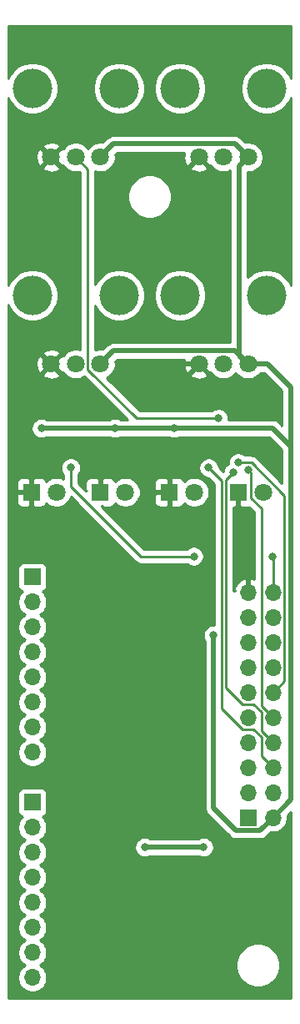
<source format=gbr>
%TF.GenerationSoftware,KiCad,Pcbnew,(5.1.6)-1*%
%TF.CreationDate,2021-02-15T17:49:45+00:00*%
%TF.ProjectId,p3module,70336d6f-6475-46c6-952e-6b696361645f,rev?*%
%TF.SameCoordinates,Original*%
%TF.FileFunction,Copper,L1,Top*%
%TF.FilePolarity,Positive*%
%FSLAX46Y46*%
G04 Gerber Fmt 4.6, Leading zero omitted, Abs format (unit mm)*
G04 Created by KiCad (PCBNEW (5.1.6)-1) date 2021-02-15 17:49:45*
%MOMM*%
%LPD*%
G01*
G04 APERTURE LIST*
%TA.AperFunction,ComponentPad*%
%ADD10O,1.700000X1.700000*%
%TD*%
%TA.AperFunction,ComponentPad*%
%ADD11R,1.700000X1.700000*%
%TD*%
%TA.AperFunction,WasherPad*%
%ADD12C,4.000000*%
%TD*%
%TA.AperFunction,ComponentPad*%
%ADD13C,1.800000*%
%TD*%
%TA.AperFunction,ComponentPad*%
%ADD14R,1.800000X1.800000*%
%TD*%
%TA.AperFunction,ViaPad*%
%ADD15C,0.800000*%
%TD*%
%TA.AperFunction,Conductor*%
%ADD16C,0.500000*%
%TD*%
%TA.AperFunction,Conductor*%
%ADD17C,0.250000*%
%TD*%
%TA.AperFunction,Conductor*%
%ADD18C,0.254000*%
%TD*%
G04 APERTURE END LIST*
D10*
%TO.P,J2,20*%
%TO.N,/LED_DATA_IN*%
X62540000Y-103140000D03*
%TO.P,J2,19*%
%TO.N,GND*%
X60000000Y-103140000D03*
%TO.P,J2,18*%
%TO.N,/LED_CLOCK*%
X62540000Y-105680000D03*
%TO.P,J2,17*%
%TO.N,/IN_DATA_IN*%
X60000000Y-105680000D03*
%TO.P,J2,16*%
%TO.N,/LED_LATCH*%
X62540000Y-108220000D03*
%TO.P,J2,15*%
%TO.N,/IN_CLOCK_ENABLE*%
X60000000Y-108220000D03*
%TO.P,J2,14*%
%TO.N,/LED_DATA_OUT*%
X62540000Y-110760000D03*
%TO.P,J2,13*%
%TO.N,/IN_CLOCK*%
X60000000Y-110760000D03*
%TO.P,J2,12*%
%TO.N,/ANA_CHAN0*%
X62540000Y-113300000D03*
%TO.P,J2,11*%
%TO.N,/IN_LOAD*%
X60000000Y-113300000D03*
%TO.P,J2,10*%
%TO.N,/ANA_CHAN1*%
X62540000Y-115840000D03*
%TO.P,J2,9*%
%TO.N,/IN_DATA_OUT*%
X60000000Y-115840000D03*
%TO.P,J2,8*%
%TO.N,/ANA_CHAN2*%
X62540000Y-118380000D03*
%TO.P,J2,7*%
%TO.N,/OUT_DATA_OUT*%
X60000000Y-118380000D03*
%TO.P,J2,6*%
%TO.N,/ANA_OUT*%
X62540000Y-120920000D03*
%TO.P,J2,5*%
%TO.N,/OUT_LATCH*%
X60000000Y-120920000D03*
%TO.P,J2,4*%
%TO.N,Net-(J2-Pad4)*%
X62540000Y-123460000D03*
%TO.P,J2,3*%
%TO.N,/OUT_CLOCK*%
X60000000Y-123460000D03*
%TO.P,J2,2*%
%TO.N,VCC*%
X62540000Y-126000000D03*
D11*
%TO.P,J2,1*%
%TO.N,/OUT_DATA_IN*%
X60000000Y-126000000D03*
%TD*%
D12*
%TO.P,RV4,*%
%TO.N,*%
X61900000Y-73000000D03*
X53100000Y-73000000D03*
D13*
%TO.P,RV4,1*%
%TO.N,VCC*%
X60000000Y-80000000D03*
%TO.P,RV4,2*%
%TO.N,/POT4*%
X57500000Y-80000000D03*
%TO.P,RV4,3*%
%TO.N,GND*%
X55000000Y-80000000D03*
%TD*%
D12*
%TO.P,RV3,*%
%TO.N,*%
X46900000Y-73000000D03*
X38100000Y-73000000D03*
D13*
%TO.P,RV3,1*%
%TO.N,VCC*%
X45000000Y-80000000D03*
%TO.P,RV3,2*%
%TO.N,/POT3*%
X42500000Y-80000000D03*
%TO.P,RV3,3*%
%TO.N,GND*%
X40000000Y-80000000D03*
%TD*%
D12*
%TO.P,RV2,*%
%TO.N,*%
X61900000Y-52000000D03*
X53100000Y-52000000D03*
D13*
%TO.P,RV2,1*%
%TO.N,VCC*%
X60000000Y-59000000D03*
%TO.P,RV2,2*%
%TO.N,/POT2*%
X57500000Y-59000000D03*
%TO.P,RV2,3*%
%TO.N,GND*%
X55000000Y-59000000D03*
%TD*%
D12*
%TO.P,RV1,*%
%TO.N,*%
X46900000Y-52000000D03*
X38100000Y-52000000D03*
D13*
%TO.P,RV1,1*%
%TO.N,VCC*%
X45000000Y-59000000D03*
%TO.P,RV1,2*%
%TO.N,/POT1*%
X42500000Y-59000000D03*
%TO.P,RV1,3*%
%TO.N,GND*%
X40000000Y-59000000D03*
%TD*%
D10*
%TO.P,J3,8*%
%TO.N,Net-(J3-Pad8)*%
X38100000Y-119380000D03*
%TO.P,J3,7*%
%TO.N,Net-(J3-Pad7)*%
X38100000Y-116840000D03*
%TO.P,J3,6*%
%TO.N,Net-(J3-Pad6)*%
X38100000Y-114300000D03*
%TO.P,J3,5*%
%TO.N,Net-(J3-Pad5)*%
X38100000Y-111760000D03*
%TO.P,J3,4*%
%TO.N,Net-(J3-Pad4)*%
X38100000Y-109220000D03*
%TO.P,J3,3*%
%TO.N,Net-(J3-Pad3)*%
X38100000Y-106680000D03*
%TO.P,J3,2*%
%TO.N,Net-(J3-Pad2)*%
X38100000Y-104140000D03*
D11*
%TO.P,J3,1*%
%TO.N,Net-(J3-Pad1)*%
X38100000Y-101600000D03*
%TD*%
D10*
%TO.P,J1,8*%
%TO.N,Net-(J1-Pad8)*%
X38100000Y-142240000D03*
%TO.P,J1,7*%
%TO.N,Net-(J1-Pad7)*%
X38100000Y-139700000D03*
%TO.P,J1,6*%
%TO.N,Net-(J1-Pad6)*%
X38100000Y-137160000D03*
%TO.P,J1,5*%
%TO.N,Net-(J1-Pad5)*%
X38100000Y-134620000D03*
%TO.P,J1,4*%
%TO.N,Net-(J1-Pad4)*%
X38100000Y-132080000D03*
%TO.P,J1,3*%
%TO.N,Net-(J1-Pad3)*%
X38100000Y-129540000D03*
%TO.P,J1,2*%
%TO.N,Net-(J1-Pad2)*%
X38100000Y-127000000D03*
D11*
%TO.P,J1,1*%
%TO.N,Net-(J1-Pad1)*%
X38100000Y-124460000D03*
%TD*%
D13*
%TO.P,D4,2*%
%TO.N,Net-(D4-Pad2)*%
X61540000Y-93000000D03*
D14*
%TO.P,D4,1*%
%TO.N,GND*%
X59000000Y-93000000D03*
%TD*%
D13*
%TO.P,D3,2*%
%TO.N,Net-(D3-Pad2)*%
X54540000Y-93000000D03*
D14*
%TO.P,D3,1*%
%TO.N,GND*%
X52000000Y-93000000D03*
%TD*%
D13*
%TO.P,D2,2*%
%TO.N,Net-(D2-Pad2)*%
X47540000Y-93000000D03*
D14*
%TO.P,D2,1*%
%TO.N,GND*%
X45000000Y-93000000D03*
%TD*%
D13*
%TO.P,D1,2*%
%TO.N,Net-(D1-Pad2)*%
X40540000Y-93000000D03*
D14*
%TO.P,D1,1*%
%TO.N,GND*%
X38000000Y-93000000D03*
%TD*%
D15*
%TO.N,GND*%
X46000000Y-115500000D03*
X49500000Y-103000000D03*
X36500000Y-82000000D03*
X49000000Y-83500000D03*
X45000000Y-138500000D03*
X52000000Y-104500000D03*
X54500000Y-127500000D03*
%TO.N,VCC*%
X56500000Y-107500000D03*
X52500000Y-86500000D03*
X46500000Y-86500000D03*
X39000000Y-86500000D03*
X49500000Y-129000000D03*
X55500000Y-129000000D03*
%TO.N,/ANA_OUT*%
X56000000Y-90500000D03*
%TO.N,/ANA_CHAN2*%
X58500000Y-91000000D03*
%TO.N,/ANA_CHAN1*%
X60000000Y-90725000D03*
%TO.N,/ANA_CHAN0*%
X59000000Y-90000000D03*
%TO.N,/LED_DATA_IN*%
X62500000Y-99500000D03*
X54500000Y-99500000D03*
X42000000Y-90500000D03*
%TO.N,/POT1*%
X57000000Y-85500000D03*
%TD*%
D16*
%TO.N,GND*%
X52500000Y-80000000D02*
X55000000Y-80000000D01*
X49000000Y-83500000D02*
X52500000Y-80000000D01*
X52000000Y-104500000D02*
X52000000Y-125000000D01*
X52000000Y-125000000D02*
X54500000Y-127500000D01*
%TO.N,VCC*%
X62540000Y-126000000D02*
X64350001Y-124189999D01*
X62000000Y-80000000D02*
X60000000Y-80000000D01*
X64350001Y-82350001D02*
X62000000Y-80000000D01*
X64350001Y-86149999D02*
X64350001Y-82350001D01*
X46350001Y-78649999D02*
X45000000Y-80000000D01*
X58649999Y-78649999D02*
X46350001Y-78649999D01*
X60000000Y-80000000D02*
X58649999Y-78649999D01*
X59100001Y-59899999D02*
X60000000Y-59000000D01*
X59100001Y-79100001D02*
X59100001Y-59899999D01*
X60000000Y-80000000D02*
X59100001Y-79100001D01*
X46350001Y-57649999D02*
X45000000Y-59000000D01*
X58649999Y-57649999D02*
X46350001Y-57649999D01*
X60000000Y-59000000D02*
X58649999Y-57649999D01*
X56500000Y-125010002D02*
X56500000Y-107500000D01*
X58789999Y-127300001D02*
X56500000Y-125010002D01*
X62540000Y-126000000D02*
X61239999Y-127300001D01*
X61239999Y-127300001D02*
X58789999Y-127300001D01*
X64350001Y-97649999D02*
X64350001Y-88350001D01*
X64350001Y-97649999D02*
X64350001Y-86149999D01*
X64350001Y-124189999D02*
X64350001Y-97649999D01*
X64350001Y-88350001D02*
X62500000Y-86500000D01*
X54000000Y-86500000D02*
X52500000Y-86500000D01*
X62500000Y-86500000D02*
X54000000Y-86500000D01*
X47500000Y-86500000D02*
X39000000Y-86500000D01*
X47500000Y-86500000D02*
X46500000Y-86500000D01*
X54000000Y-86500000D02*
X47500000Y-86500000D01*
X49500000Y-129000000D02*
X55500000Y-129000000D01*
D17*
%TO.N,/ANA_OUT*%
X57324989Y-114903991D02*
X57324989Y-91824989D01*
X61364999Y-119744999D02*
X61364999Y-117841409D01*
X57324989Y-91824989D02*
X56000000Y-90500000D01*
X61364999Y-117841409D02*
X60538591Y-117015001D01*
X60538591Y-117015001D02*
X59435999Y-117015001D01*
X62540000Y-120920000D02*
X61364999Y-119744999D01*
X59435999Y-117015001D02*
X57324989Y-114903991D01*
%TO.N,/ANA_CHAN2*%
X57774999Y-91725001D02*
X58500000Y-91000000D01*
X61364999Y-117204999D02*
X61364999Y-115301409D01*
X60538591Y-114475001D02*
X59435999Y-114475001D01*
X62540000Y-118380000D02*
X61364999Y-117204999D01*
X57774999Y-112814001D02*
X57774999Y-91725001D01*
X61364999Y-115301409D02*
X60538591Y-114475001D01*
X59435999Y-114475001D02*
X57774999Y-112814001D01*
%TO.N,/ANA_CHAN1*%
X60314999Y-93588001D02*
X60314999Y-91039999D01*
X61364999Y-114664999D02*
X61364999Y-94638001D01*
X62540000Y-115840000D02*
X61364999Y-114664999D01*
X61364999Y-94638001D02*
X60314999Y-93588001D01*
X60314999Y-91039999D02*
X60000000Y-90725000D01*
%TO.N,/ANA_CHAN0*%
X60353002Y-90000000D02*
X59000000Y-90000000D01*
X63715001Y-93361999D02*
X60353002Y-90000000D01*
X62540000Y-113300000D02*
X63715001Y-112124999D01*
X63715001Y-112124999D02*
X63715001Y-93361999D01*
%TO.N,/LED_DATA_IN*%
X62540000Y-103140000D02*
X62540000Y-99540000D01*
X62540000Y-99540000D02*
X62500000Y-99500000D01*
X42000000Y-92385002D02*
X42000000Y-90500000D01*
X54500000Y-99500000D02*
X49114998Y-99500000D01*
X49114998Y-99500000D02*
X42000000Y-92385002D01*
%TO.N,/POT1*%
X43725001Y-80538003D02*
X43725001Y-60225001D01*
X48686998Y-85500000D02*
X43725001Y-80538003D01*
X43725001Y-60225001D02*
X42500000Y-59000000D01*
X57000000Y-85500000D02*
X48686998Y-85500000D01*
%TD*%
D18*
%TO.N,GND*%
G36*
X64340000Y-51005093D02*
G01*
X64235107Y-50751859D01*
X63946738Y-50320285D01*
X63579715Y-49953262D01*
X63148141Y-49664893D01*
X62668601Y-49466261D01*
X62159525Y-49365000D01*
X61640475Y-49365000D01*
X61131399Y-49466261D01*
X60651859Y-49664893D01*
X60220285Y-49953262D01*
X59853262Y-50320285D01*
X59564893Y-50751859D01*
X59366261Y-51231399D01*
X59265000Y-51740475D01*
X59265000Y-52259525D01*
X59366261Y-52768601D01*
X59564893Y-53248141D01*
X59853262Y-53679715D01*
X60220285Y-54046738D01*
X60651859Y-54335107D01*
X61131399Y-54533739D01*
X61640475Y-54635000D01*
X62159525Y-54635000D01*
X62668601Y-54533739D01*
X63148141Y-54335107D01*
X63579715Y-54046738D01*
X63946738Y-53679715D01*
X64235107Y-53248141D01*
X64340000Y-52994907D01*
X64340000Y-72005093D01*
X64235107Y-71751859D01*
X63946738Y-71320285D01*
X63579715Y-70953262D01*
X63148141Y-70664893D01*
X62668601Y-70466261D01*
X62159525Y-70365000D01*
X61640475Y-70365000D01*
X61131399Y-70466261D01*
X60651859Y-70664893D01*
X60220285Y-70953262D01*
X59985001Y-71188546D01*
X59985001Y-60535000D01*
X60151184Y-60535000D01*
X60447743Y-60476011D01*
X60727095Y-60360299D01*
X60978505Y-60192312D01*
X61192312Y-59978505D01*
X61360299Y-59727095D01*
X61476011Y-59447743D01*
X61535000Y-59151184D01*
X61535000Y-58848816D01*
X61476011Y-58552257D01*
X61360299Y-58272905D01*
X61192312Y-58021495D01*
X60978505Y-57807688D01*
X60727095Y-57639701D01*
X60447743Y-57523989D01*
X60151184Y-57465000D01*
X59848816Y-57465000D01*
X59738518Y-57486940D01*
X59306533Y-57054955D01*
X59278816Y-57021182D01*
X59144058Y-56910588D01*
X58990312Y-56828410D01*
X58823489Y-56777804D01*
X58693476Y-56764999D01*
X58693468Y-56764999D01*
X58649999Y-56760718D01*
X58606530Y-56764999D01*
X46393470Y-56764999D01*
X46350001Y-56760718D01*
X46306532Y-56764999D01*
X46306524Y-56764999D01*
X46176511Y-56777804D01*
X46009688Y-56828410D01*
X45855942Y-56910588D01*
X45754954Y-56993467D01*
X45754952Y-56993469D01*
X45721184Y-57021182D01*
X45693471Y-57054950D01*
X45261482Y-57486940D01*
X45151184Y-57465000D01*
X44848816Y-57465000D01*
X44552257Y-57523989D01*
X44272905Y-57639701D01*
X44021495Y-57807688D01*
X43807688Y-58021495D01*
X43750000Y-58107831D01*
X43692312Y-58021495D01*
X43478505Y-57807688D01*
X43227095Y-57639701D01*
X42947743Y-57523989D01*
X42651184Y-57465000D01*
X42348816Y-57465000D01*
X42052257Y-57523989D01*
X41772905Y-57639701D01*
X41521495Y-57807688D01*
X41307688Y-58021495D01*
X41212262Y-58164310D01*
X41064080Y-58115525D01*
X40179605Y-59000000D01*
X41064080Y-59884475D01*
X41212262Y-59835690D01*
X41307688Y-59978505D01*
X41521495Y-60192312D01*
X41772905Y-60360299D01*
X42052257Y-60476011D01*
X42348816Y-60535000D01*
X42651184Y-60535000D01*
X42908930Y-60483731D01*
X42965002Y-60539804D01*
X42965001Y-78531138D01*
X42947743Y-78523989D01*
X42651184Y-78465000D01*
X42348816Y-78465000D01*
X42052257Y-78523989D01*
X41772905Y-78639701D01*
X41521495Y-78807688D01*
X41307688Y-79021495D01*
X41212262Y-79164310D01*
X41064080Y-79115525D01*
X40179605Y-80000000D01*
X41064080Y-80884475D01*
X41212262Y-80835690D01*
X41307688Y-80978505D01*
X41521495Y-81192312D01*
X41772905Y-81360299D01*
X42052257Y-81476011D01*
X42348816Y-81535000D01*
X42651184Y-81535000D01*
X42947743Y-81476011D01*
X43227095Y-81360299D01*
X43374202Y-81262005D01*
X47727195Y-85615000D01*
X47038454Y-85615000D01*
X46990256Y-85582795D01*
X46801898Y-85504774D01*
X46601939Y-85465000D01*
X46398061Y-85465000D01*
X46198102Y-85504774D01*
X46009744Y-85582795D01*
X45961546Y-85615000D01*
X39538454Y-85615000D01*
X39490256Y-85582795D01*
X39301898Y-85504774D01*
X39101939Y-85465000D01*
X38898061Y-85465000D01*
X38698102Y-85504774D01*
X38509744Y-85582795D01*
X38340226Y-85696063D01*
X38196063Y-85840226D01*
X38082795Y-86009744D01*
X38004774Y-86198102D01*
X37965000Y-86398061D01*
X37965000Y-86601939D01*
X38004774Y-86801898D01*
X38082795Y-86990256D01*
X38196063Y-87159774D01*
X38340226Y-87303937D01*
X38509744Y-87417205D01*
X38698102Y-87495226D01*
X38898061Y-87535000D01*
X39101939Y-87535000D01*
X39301898Y-87495226D01*
X39490256Y-87417205D01*
X39538454Y-87385000D01*
X45961546Y-87385000D01*
X46009744Y-87417205D01*
X46198102Y-87495226D01*
X46398061Y-87535000D01*
X46601939Y-87535000D01*
X46801898Y-87495226D01*
X46990256Y-87417205D01*
X47038454Y-87385000D01*
X51961546Y-87385000D01*
X52009744Y-87417205D01*
X52198102Y-87495226D01*
X52398061Y-87535000D01*
X52601939Y-87535000D01*
X52801898Y-87495226D01*
X52990256Y-87417205D01*
X53038454Y-87385000D01*
X62133422Y-87385000D01*
X63465002Y-88716581D01*
X63465001Y-92037198D01*
X60916806Y-89489003D01*
X60893003Y-89459999D01*
X60777278Y-89365026D01*
X60645249Y-89294454D01*
X60501988Y-89250997D01*
X60390335Y-89240000D01*
X60390324Y-89240000D01*
X60353002Y-89236324D01*
X60315680Y-89240000D01*
X59703711Y-89240000D01*
X59659774Y-89196063D01*
X59490256Y-89082795D01*
X59301898Y-89004774D01*
X59101939Y-88965000D01*
X58898061Y-88965000D01*
X58698102Y-89004774D01*
X58509744Y-89082795D01*
X58340226Y-89196063D01*
X58196063Y-89340226D01*
X58082795Y-89509744D01*
X58004774Y-89698102D01*
X57965000Y-89898061D01*
X57965000Y-90101939D01*
X57966888Y-90111430D01*
X57840226Y-90196063D01*
X57696063Y-90340226D01*
X57582795Y-90509744D01*
X57504774Y-90698102D01*
X57466305Y-90891502D01*
X57035000Y-90460198D01*
X57035000Y-90398061D01*
X56995226Y-90198102D01*
X56917205Y-90009744D01*
X56803937Y-89840226D01*
X56659774Y-89696063D01*
X56490256Y-89582795D01*
X56301898Y-89504774D01*
X56101939Y-89465000D01*
X55898061Y-89465000D01*
X55698102Y-89504774D01*
X55509744Y-89582795D01*
X55340226Y-89696063D01*
X55196063Y-89840226D01*
X55082795Y-90009744D01*
X55004774Y-90198102D01*
X54965000Y-90398061D01*
X54965000Y-90601939D01*
X55004774Y-90801898D01*
X55082795Y-90990256D01*
X55196063Y-91159774D01*
X55340226Y-91303937D01*
X55509744Y-91417205D01*
X55698102Y-91495226D01*
X55898061Y-91535000D01*
X55960198Y-91535000D01*
X56564990Y-92139793D01*
X56564989Y-106465000D01*
X56398061Y-106465000D01*
X56198102Y-106504774D01*
X56009744Y-106582795D01*
X55840226Y-106696063D01*
X55696063Y-106840226D01*
X55582795Y-107009744D01*
X55504774Y-107198102D01*
X55465000Y-107398061D01*
X55465000Y-107601939D01*
X55504774Y-107801898D01*
X55582795Y-107990256D01*
X55615001Y-108038456D01*
X55615000Y-124966533D01*
X55610719Y-125010002D01*
X55615000Y-125053471D01*
X55615000Y-125053478D01*
X55627805Y-125183491D01*
X55678411Y-125350314D01*
X55760589Y-125504060D01*
X55871183Y-125638819D01*
X55904956Y-125666536D01*
X58133469Y-127895050D01*
X58161182Y-127928818D01*
X58194950Y-127956531D01*
X58194952Y-127956533D01*
X58295940Y-128039412D01*
X58449685Y-128121590D01*
X58554795Y-128153475D01*
X58616509Y-128172196D01*
X58746522Y-128185001D01*
X58746530Y-128185001D01*
X58789999Y-128189282D01*
X58833468Y-128185001D01*
X61196530Y-128185001D01*
X61239999Y-128189282D01*
X61283468Y-128185001D01*
X61283476Y-128185001D01*
X61413489Y-128172196D01*
X61580312Y-128121590D01*
X61734058Y-128039412D01*
X61868816Y-127928818D01*
X61896533Y-127895045D01*
X62321039Y-127470539D01*
X62393740Y-127485000D01*
X62686260Y-127485000D01*
X62973158Y-127427932D01*
X63243411Y-127315990D01*
X63486632Y-127153475D01*
X63693475Y-126946632D01*
X63855990Y-126703411D01*
X63967932Y-126433158D01*
X64025000Y-126146260D01*
X64025000Y-125853740D01*
X64010539Y-125781040D01*
X64340001Y-125451578D01*
X64340001Y-144340000D01*
X35660000Y-144340000D01*
X35660000Y-123610000D01*
X36611928Y-123610000D01*
X36611928Y-125310000D01*
X36624188Y-125434482D01*
X36660498Y-125554180D01*
X36719463Y-125664494D01*
X36798815Y-125761185D01*
X36895506Y-125840537D01*
X37005820Y-125899502D01*
X37078380Y-125921513D01*
X36946525Y-126053368D01*
X36784010Y-126296589D01*
X36672068Y-126566842D01*
X36615000Y-126853740D01*
X36615000Y-127146260D01*
X36672068Y-127433158D01*
X36784010Y-127703411D01*
X36946525Y-127946632D01*
X37153368Y-128153475D01*
X37327760Y-128270000D01*
X37153368Y-128386525D01*
X36946525Y-128593368D01*
X36784010Y-128836589D01*
X36672068Y-129106842D01*
X36615000Y-129393740D01*
X36615000Y-129686260D01*
X36672068Y-129973158D01*
X36784010Y-130243411D01*
X36946525Y-130486632D01*
X37153368Y-130693475D01*
X37327760Y-130810000D01*
X37153368Y-130926525D01*
X36946525Y-131133368D01*
X36784010Y-131376589D01*
X36672068Y-131646842D01*
X36615000Y-131933740D01*
X36615000Y-132226260D01*
X36672068Y-132513158D01*
X36784010Y-132783411D01*
X36946525Y-133026632D01*
X37153368Y-133233475D01*
X37327760Y-133350000D01*
X37153368Y-133466525D01*
X36946525Y-133673368D01*
X36784010Y-133916589D01*
X36672068Y-134186842D01*
X36615000Y-134473740D01*
X36615000Y-134766260D01*
X36672068Y-135053158D01*
X36784010Y-135323411D01*
X36946525Y-135566632D01*
X37153368Y-135773475D01*
X37327760Y-135890000D01*
X37153368Y-136006525D01*
X36946525Y-136213368D01*
X36784010Y-136456589D01*
X36672068Y-136726842D01*
X36615000Y-137013740D01*
X36615000Y-137306260D01*
X36672068Y-137593158D01*
X36784010Y-137863411D01*
X36946525Y-138106632D01*
X37153368Y-138313475D01*
X37327760Y-138430000D01*
X37153368Y-138546525D01*
X36946525Y-138753368D01*
X36784010Y-138996589D01*
X36672068Y-139266842D01*
X36615000Y-139553740D01*
X36615000Y-139846260D01*
X36672068Y-140133158D01*
X36784010Y-140403411D01*
X36946525Y-140646632D01*
X37153368Y-140853475D01*
X37327760Y-140970000D01*
X37153368Y-141086525D01*
X36946525Y-141293368D01*
X36784010Y-141536589D01*
X36672068Y-141806842D01*
X36615000Y-142093740D01*
X36615000Y-142386260D01*
X36672068Y-142673158D01*
X36784010Y-142943411D01*
X36946525Y-143186632D01*
X37153368Y-143393475D01*
X37396589Y-143555990D01*
X37666842Y-143667932D01*
X37953740Y-143725000D01*
X38246260Y-143725000D01*
X38533158Y-143667932D01*
X38803411Y-143555990D01*
X39046632Y-143393475D01*
X39253475Y-143186632D01*
X39415990Y-142943411D01*
X39527932Y-142673158D01*
X39585000Y-142386260D01*
X39585000Y-142093740D01*
X39527932Y-141806842D01*
X39415990Y-141536589D01*
X39253475Y-141293368D01*
X39046632Y-141086525D01*
X38872240Y-140970000D01*
X39046632Y-140853475D01*
X39120235Y-140779872D01*
X58765000Y-140779872D01*
X58765000Y-141220128D01*
X58850890Y-141651925D01*
X59019369Y-142058669D01*
X59263962Y-142424729D01*
X59575271Y-142736038D01*
X59941331Y-142980631D01*
X60348075Y-143149110D01*
X60779872Y-143235000D01*
X61220128Y-143235000D01*
X61651925Y-143149110D01*
X62058669Y-142980631D01*
X62424729Y-142736038D01*
X62736038Y-142424729D01*
X62980631Y-142058669D01*
X63149110Y-141651925D01*
X63235000Y-141220128D01*
X63235000Y-140779872D01*
X63149110Y-140348075D01*
X62980631Y-139941331D01*
X62736038Y-139575271D01*
X62424729Y-139263962D01*
X62058669Y-139019369D01*
X61651925Y-138850890D01*
X61220128Y-138765000D01*
X60779872Y-138765000D01*
X60348075Y-138850890D01*
X59941331Y-139019369D01*
X59575271Y-139263962D01*
X59263962Y-139575271D01*
X59019369Y-139941331D01*
X58850890Y-140348075D01*
X58765000Y-140779872D01*
X39120235Y-140779872D01*
X39253475Y-140646632D01*
X39415990Y-140403411D01*
X39527932Y-140133158D01*
X39585000Y-139846260D01*
X39585000Y-139553740D01*
X39527932Y-139266842D01*
X39415990Y-138996589D01*
X39253475Y-138753368D01*
X39046632Y-138546525D01*
X38872240Y-138430000D01*
X39046632Y-138313475D01*
X39253475Y-138106632D01*
X39415990Y-137863411D01*
X39527932Y-137593158D01*
X39585000Y-137306260D01*
X39585000Y-137013740D01*
X39527932Y-136726842D01*
X39415990Y-136456589D01*
X39253475Y-136213368D01*
X39046632Y-136006525D01*
X38872240Y-135890000D01*
X39046632Y-135773475D01*
X39253475Y-135566632D01*
X39415990Y-135323411D01*
X39527932Y-135053158D01*
X39585000Y-134766260D01*
X39585000Y-134473740D01*
X39527932Y-134186842D01*
X39415990Y-133916589D01*
X39253475Y-133673368D01*
X39046632Y-133466525D01*
X38872240Y-133350000D01*
X39046632Y-133233475D01*
X39253475Y-133026632D01*
X39415990Y-132783411D01*
X39527932Y-132513158D01*
X39585000Y-132226260D01*
X39585000Y-131933740D01*
X39527932Y-131646842D01*
X39415990Y-131376589D01*
X39253475Y-131133368D01*
X39046632Y-130926525D01*
X38872240Y-130810000D01*
X39046632Y-130693475D01*
X39253475Y-130486632D01*
X39415990Y-130243411D01*
X39527932Y-129973158D01*
X39585000Y-129686260D01*
X39585000Y-129393740D01*
X39527932Y-129106842D01*
X39441453Y-128898061D01*
X48465000Y-128898061D01*
X48465000Y-129101939D01*
X48504774Y-129301898D01*
X48582795Y-129490256D01*
X48696063Y-129659774D01*
X48840226Y-129803937D01*
X49009744Y-129917205D01*
X49198102Y-129995226D01*
X49398061Y-130035000D01*
X49601939Y-130035000D01*
X49801898Y-129995226D01*
X49990256Y-129917205D01*
X50038454Y-129885000D01*
X54961546Y-129885000D01*
X55009744Y-129917205D01*
X55198102Y-129995226D01*
X55398061Y-130035000D01*
X55601939Y-130035000D01*
X55801898Y-129995226D01*
X55990256Y-129917205D01*
X56159774Y-129803937D01*
X56303937Y-129659774D01*
X56417205Y-129490256D01*
X56495226Y-129301898D01*
X56535000Y-129101939D01*
X56535000Y-128898061D01*
X56495226Y-128698102D01*
X56417205Y-128509744D01*
X56303937Y-128340226D01*
X56159774Y-128196063D01*
X55990256Y-128082795D01*
X55801898Y-128004774D01*
X55601939Y-127965000D01*
X55398061Y-127965000D01*
X55198102Y-128004774D01*
X55009744Y-128082795D01*
X54961546Y-128115000D01*
X50038454Y-128115000D01*
X49990256Y-128082795D01*
X49801898Y-128004774D01*
X49601939Y-127965000D01*
X49398061Y-127965000D01*
X49198102Y-128004774D01*
X49009744Y-128082795D01*
X48840226Y-128196063D01*
X48696063Y-128340226D01*
X48582795Y-128509744D01*
X48504774Y-128698102D01*
X48465000Y-128898061D01*
X39441453Y-128898061D01*
X39415990Y-128836589D01*
X39253475Y-128593368D01*
X39046632Y-128386525D01*
X38872240Y-128270000D01*
X39046632Y-128153475D01*
X39253475Y-127946632D01*
X39415990Y-127703411D01*
X39527932Y-127433158D01*
X39585000Y-127146260D01*
X39585000Y-126853740D01*
X39527932Y-126566842D01*
X39415990Y-126296589D01*
X39253475Y-126053368D01*
X39121620Y-125921513D01*
X39194180Y-125899502D01*
X39304494Y-125840537D01*
X39401185Y-125761185D01*
X39480537Y-125664494D01*
X39539502Y-125554180D01*
X39575812Y-125434482D01*
X39588072Y-125310000D01*
X39588072Y-123610000D01*
X39575812Y-123485518D01*
X39539502Y-123365820D01*
X39480537Y-123255506D01*
X39401185Y-123158815D01*
X39304494Y-123079463D01*
X39194180Y-123020498D01*
X39074482Y-122984188D01*
X38950000Y-122971928D01*
X37250000Y-122971928D01*
X37125518Y-122984188D01*
X37005820Y-123020498D01*
X36895506Y-123079463D01*
X36798815Y-123158815D01*
X36719463Y-123255506D01*
X36660498Y-123365820D01*
X36624188Y-123485518D01*
X36611928Y-123610000D01*
X35660000Y-123610000D01*
X35660000Y-100750000D01*
X36611928Y-100750000D01*
X36611928Y-102450000D01*
X36624188Y-102574482D01*
X36660498Y-102694180D01*
X36719463Y-102804494D01*
X36798815Y-102901185D01*
X36895506Y-102980537D01*
X37005820Y-103039502D01*
X37078380Y-103061513D01*
X36946525Y-103193368D01*
X36784010Y-103436589D01*
X36672068Y-103706842D01*
X36615000Y-103993740D01*
X36615000Y-104286260D01*
X36672068Y-104573158D01*
X36784010Y-104843411D01*
X36946525Y-105086632D01*
X37153368Y-105293475D01*
X37327760Y-105410000D01*
X37153368Y-105526525D01*
X36946525Y-105733368D01*
X36784010Y-105976589D01*
X36672068Y-106246842D01*
X36615000Y-106533740D01*
X36615000Y-106826260D01*
X36672068Y-107113158D01*
X36784010Y-107383411D01*
X36946525Y-107626632D01*
X37153368Y-107833475D01*
X37327760Y-107950000D01*
X37153368Y-108066525D01*
X36946525Y-108273368D01*
X36784010Y-108516589D01*
X36672068Y-108786842D01*
X36615000Y-109073740D01*
X36615000Y-109366260D01*
X36672068Y-109653158D01*
X36784010Y-109923411D01*
X36946525Y-110166632D01*
X37153368Y-110373475D01*
X37327760Y-110490000D01*
X37153368Y-110606525D01*
X36946525Y-110813368D01*
X36784010Y-111056589D01*
X36672068Y-111326842D01*
X36615000Y-111613740D01*
X36615000Y-111906260D01*
X36672068Y-112193158D01*
X36784010Y-112463411D01*
X36946525Y-112706632D01*
X37153368Y-112913475D01*
X37327760Y-113030000D01*
X37153368Y-113146525D01*
X36946525Y-113353368D01*
X36784010Y-113596589D01*
X36672068Y-113866842D01*
X36615000Y-114153740D01*
X36615000Y-114446260D01*
X36672068Y-114733158D01*
X36784010Y-115003411D01*
X36946525Y-115246632D01*
X37153368Y-115453475D01*
X37327760Y-115570000D01*
X37153368Y-115686525D01*
X36946525Y-115893368D01*
X36784010Y-116136589D01*
X36672068Y-116406842D01*
X36615000Y-116693740D01*
X36615000Y-116986260D01*
X36672068Y-117273158D01*
X36784010Y-117543411D01*
X36946525Y-117786632D01*
X37153368Y-117993475D01*
X37327760Y-118110000D01*
X37153368Y-118226525D01*
X36946525Y-118433368D01*
X36784010Y-118676589D01*
X36672068Y-118946842D01*
X36615000Y-119233740D01*
X36615000Y-119526260D01*
X36672068Y-119813158D01*
X36784010Y-120083411D01*
X36946525Y-120326632D01*
X37153368Y-120533475D01*
X37396589Y-120695990D01*
X37666842Y-120807932D01*
X37953740Y-120865000D01*
X38246260Y-120865000D01*
X38533158Y-120807932D01*
X38803411Y-120695990D01*
X39046632Y-120533475D01*
X39253475Y-120326632D01*
X39415990Y-120083411D01*
X39527932Y-119813158D01*
X39585000Y-119526260D01*
X39585000Y-119233740D01*
X39527932Y-118946842D01*
X39415990Y-118676589D01*
X39253475Y-118433368D01*
X39046632Y-118226525D01*
X38872240Y-118110000D01*
X39046632Y-117993475D01*
X39253475Y-117786632D01*
X39415990Y-117543411D01*
X39527932Y-117273158D01*
X39585000Y-116986260D01*
X39585000Y-116693740D01*
X39527932Y-116406842D01*
X39415990Y-116136589D01*
X39253475Y-115893368D01*
X39046632Y-115686525D01*
X38872240Y-115570000D01*
X39046632Y-115453475D01*
X39253475Y-115246632D01*
X39415990Y-115003411D01*
X39527932Y-114733158D01*
X39585000Y-114446260D01*
X39585000Y-114153740D01*
X39527932Y-113866842D01*
X39415990Y-113596589D01*
X39253475Y-113353368D01*
X39046632Y-113146525D01*
X38872240Y-113030000D01*
X39046632Y-112913475D01*
X39253475Y-112706632D01*
X39415990Y-112463411D01*
X39527932Y-112193158D01*
X39585000Y-111906260D01*
X39585000Y-111613740D01*
X39527932Y-111326842D01*
X39415990Y-111056589D01*
X39253475Y-110813368D01*
X39046632Y-110606525D01*
X38872240Y-110490000D01*
X39046632Y-110373475D01*
X39253475Y-110166632D01*
X39415990Y-109923411D01*
X39527932Y-109653158D01*
X39585000Y-109366260D01*
X39585000Y-109073740D01*
X39527932Y-108786842D01*
X39415990Y-108516589D01*
X39253475Y-108273368D01*
X39046632Y-108066525D01*
X38872240Y-107950000D01*
X39046632Y-107833475D01*
X39253475Y-107626632D01*
X39415990Y-107383411D01*
X39527932Y-107113158D01*
X39585000Y-106826260D01*
X39585000Y-106533740D01*
X39527932Y-106246842D01*
X39415990Y-105976589D01*
X39253475Y-105733368D01*
X39046632Y-105526525D01*
X38872240Y-105410000D01*
X39046632Y-105293475D01*
X39253475Y-105086632D01*
X39415990Y-104843411D01*
X39527932Y-104573158D01*
X39585000Y-104286260D01*
X39585000Y-103993740D01*
X39527932Y-103706842D01*
X39415990Y-103436589D01*
X39253475Y-103193368D01*
X39121620Y-103061513D01*
X39194180Y-103039502D01*
X39304494Y-102980537D01*
X39401185Y-102901185D01*
X39480537Y-102804494D01*
X39539502Y-102694180D01*
X39575812Y-102574482D01*
X39588072Y-102450000D01*
X39588072Y-100750000D01*
X39575812Y-100625518D01*
X39539502Y-100505820D01*
X39480537Y-100395506D01*
X39401185Y-100298815D01*
X39304494Y-100219463D01*
X39194180Y-100160498D01*
X39074482Y-100124188D01*
X38950000Y-100111928D01*
X37250000Y-100111928D01*
X37125518Y-100124188D01*
X37005820Y-100160498D01*
X36895506Y-100219463D01*
X36798815Y-100298815D01*
X36719463Y-100395506D01*
X36660498Y-100505820D01*
X36624188Y-100625518D01*
X36611928Y-100750000D01*
X35660000Y-100750000D01*
X35660000Y-93900000D01*
X36461928Y-93900000D01*
X36474188Y-94024482D01*
X36510498Y-94144180D01*
X36569463Y-94254494D01*
X36648815Y-94351185D01*
X36745506Y-94430537D01*
X36855820Y-94489502D01*
X36975518Y-94525812D01*
X37100000Y-94538072D01*
X37714250Y-94535000D01*
X37873000Y-94376250D01*
X37873000Y-93127000D01*
X36623750Y-93127000D01*
X36465000Y-93285750D01*
X36461928Y-93900000D01*
X35660000Y-93900000D01*
X35660000Y-92100000D01*
X36461928Y-92100000D01*
X36465000Y-92714250D01*
X36623750Y-92873000D01*
X37873000Y-92873000D01*
X37873000Y-91623750D01*
X38127000Y-91623750D01*
X38127000Y-92873000D01*
X38147000Y-92873000D01*
X38147000Y-93127000D01*
X38127000Y-93127000D01*
X38127000Y-94376250D01*
X38285750Y-94535000D01*
X38900000Y-94538072D01*
X39024482Y-94525812D01*
X39144180Y-94489502D01*
X39254494Y-94430537D01*
X39351185Y-94351185D01*
X39430537Y-94254494D01*
X39489502Y-94144180D01*
X39495056Y-94125873D01*
X39561495Y-94192312D01*
X39812905Y-94360299D01*
X40092257Y-94476011D01*
X40388816Y-94535000D01*
X40691184Y-94535000D01*
X40987743Y-94476011D01*
X41267095Y-94360299D01*
X41518505Y-94192312D01*
X41732312Y-93978505D01*
X41900299Y-93727095D01*
X42007789Y-93467592D01*
X48551198Y-100011002D01*
X48574997Y-100040001D01*
X48690722Y-100134974D01*
X48822751Y-100205546D01*
X48966012Y-100249003D01*
X49077665Y-100260000D01*
X49077673Y-100260000D01*
X49114998Y-100263676D01*
X49152323Y-100260000D01*
X53796289Y-100260000D01*
X53840226Y-100303937D01*
X54009744Y-100417205D01*
X54198102Y-100495226D01*
X54398061Y-100535000D01*
X54601939Y-100535000D01*
X54801898Y-100495226D01*
X54990256Y-100417205D01*
X55159774Y-100303937D01*
X55303937Y-100159774D01*
X55417205Y-99990256D01*
X55495226Y-99801898D01*
X55535000Y-99601939D01*
X55535000Y-99398061D01*
X55495226Y-99198102D01*
X55417205Y-99009744D01*
X55303937Y-98840226D01*
X55159774Y-98696063D01*
X54990256Y-98582795D01*
X54801898Y-98504774D01*
X54601939Y-98465000D01*
X54398061Y-98465000D01*
X54198102Y-98504774D01*
X54009744Y-98582795D01*
X53840226Y-98696063D01*
X53796289Y-98740000D01*
X49429800Y-98740000D01*
X45127002Y-94437203D01*
X45127002Y-94376252D01*
X45285750Y-94535000D01*
X45900000Y-94538072D01*
X46024482Y-94525812D01*
X46144180Y-94489502D01*
X46254494Y-94430537D01*
X46351185Y-94351185D01*
X46430537Y-94254494D01*
X46489502Y-94144180D01*
X46495056Y-94125873D01*
X46561495Y-94192312D01*
X46812905Y-94360299D01*
X47092257Y-94476011D01*
X47388816Y-94535000D01*
X47691184Y-94535000D01*
X47987743Y-94476011D01*
X48267095Y-94360299D01*
X48518505Y-94192312D01*
X48732312Y-93978505D01*
X48784767Y-93900000D01*
X50461928Y-93900000D01*
X50474188Y-94024482D01*
X50510498Y-94144180D01*
X50569463Y-94254494D01*
X50648815Y-94351185D01*
X50745506Y-94430537D01*
X50855820Y-94489502D01*
X50975518Y-94525812D01*
X51100000Y-94538072D01*
X51714250Y-94535000D01*
X51873000Y-94376250D01*
X51873000Y-93127000D01*
X50623750Y-93127000D01*
X50465000Y-93285750D01*
X50461928Y-93900000D01*
X48784767Y-93900000D01*
X48900299Y-93727095D01*
X49016011Y-93447743D01*
X49075000Y-93151184D01*
X49075000Y-92848816D01*
X49016011Y-92552257D01*
X48900299Y-92272905D01*
X48784768Y-92100000D01*
X50461928Y-92100000D01*
X50465000Y-92714250D01*
X50623750Y-92873000D01*
X51873000Y-92873000D01*
X51873000Y-91623750D01*
X52127000Y-91623750D01*
X52127000Y-92873000D01*
X52147000Y-92873000D01*
X52147000Y-93127000D01*
X52127000Y-93127000D01*
X52127000Y-94376250D01*
X52285750Y-94535000D01*
X52900000Y-94538072D01*
X53024482Y-94525812D01*
X53144180Y-94489502D01*
X53254494Y-94430537D01*
X53351185Y-94351185D01*
X53430537Y-94254494D01*
X53489502Y-94144180D01*
X53495056Y-94125873D01*
X53561495Y-94192312D01*
X53812905Y-94360299D01*
X54092257Y-94476011D01*
X54388816Y-94535000D01*
X54691184Y-94535000D01*
X54987743Y-94476011D01*
X55267095Y-94360299D01*
X55518505Y-94192312D01*
X55732312Y-93978505D01*
X55900299Y-93727095D01*
X56016011Y-93447743D01*
X56075000Y-93151184D01*
X56075000Y-92848816D01*
X56016011Y-92552257D01*
X55900299Y-92272905D01*
X55732312Y-92021495D01*
X55518505Y-91807688D01*
X55267095Y-91639701D01*
X54987743Y-91523989D01*
X54691184Y-91465000D01*
X54388816Y-91465000D01*
X54092257Y-91523989D01*
X53812905Y-91639701D01*
X53561495Y-91807688D01*
X53495056Y-91874127D01*
X53489502Y-91855820D01*
X53430537Y-91745506D01*
X53351185Y-91648815D01*
X53254494Y-91569463D01*
X53144180Y-91510498D01*
X53024482Y-91474188D01*
X52900000Y-91461928D01*
X52285750Y-91465000D01*
X52127000Y-91623750D01*
X51873000Y-91623750D01*
X51714250Y-91465000D01*
X51100000Y-91461928D01*
X50975518Y-91474188D01*
X50855820Y-91510498D01*
X50745506Y-91569463D01*
X50648815Y-91648815D01*
X50569463Y-91745506D01*
X50510498Y-91855820D01*
X50474188Y-91975518D01*
X50461928Y-92100000D01*
X48784768Y-92100000D01*
X48732312Y-92021495D01*
X48518505Y-91807688D01*
X48267095Y-91639701D01*
X47987743Y-91523989D01*
X47691184Y-91465000D01*
X47388816Y-91465000D01*
X47092257Y-91523989D01*
X46812905Y-91639701D01*
X46561495Y-91807688D01*
X46495056Y-91874127D01*
X46489502Y-91855820D01*
X46430537Y-91745506D01*
X46351185Y-91648815D01*
X46254494Y-91569463D01*
X46144180Y-91510498D01*
X46024482Y-91474188D01*
X45900000Y-91461928D01*
X45285750Y-91465000D01*
X45127000Y-91623750D01*
X45127000Y-92873000D01*
X45147000Y-92873000D01*
X45147000Y-93127000D01*
X45127000Y-93127000D01*
X45127000Y-93147000D01*
X44873000Y-93147000D01*
X44873000Y-93127000D01*
X44853000Y-93127000D01*
X44853000Y-92873000D01*
X44873000Y-92873000D01*
X44873000Y-91623750D01*
X44714250Y-91465000D01*
X44100000Y-91461928D01*
X43975518Y-91474188D01*
X43855820Y-91510498D01*
X43745506Y-91569463D01*
X43648815Y-91648815D01*
X43569463Y-91745506D01*
X43510498Y-91855820D01*
X43474188Y-91975518D01*
X43461928Y-92100000D01*
X43465000Y-92714250D01*
X43623748Y-92872998D01*
X43562797Y-92872998D01*
X42760000Y-92070201D01*
X42760000Y-91203711D01*
X42803937Y-91159774D01*
X42917205Y-90990256D01*
X42995226Y-90801898D01*
X43035000Y-90601939D01*
X43035000Y-90398061D01*
X42995226Y-90198102D01*
X42917205Y-90009744D01*
X42803937Y-89840226D01*
X42659774Y-89696063D01*
X42490256Y-89582795D01*
X42301898Y-89504774D01*
X42101939Y-89465000D01*
X41898061Y-89465000D01*
X41698102Y-89504774D01*
X41509744Y-89582795D01*
X41340226Y-89696063D01*
X41196063Y-89840226D01*
X41082795Y-90009744D01*
X41004774Y-90198102D01*
X40965000Y-90398061D01*
X40965000Y-90601939D01*
X41004774Y-90801898D01*
X41082795Y-90990256D01*
X41196063Y-91159774D01*
X41240001Y-91203712D01*
X41240000Y-91628478D01*
X40987743Y-91523989D01*
X40691184Y-91465000D01*
X40388816Y-91465000D01*
X40092257Y-91523989D01*
X39812905Y-91639701D01*
X39561495Y-91807688D01*
X39495056Y-91874127D01*
X39489502Y-91855820D01*
X39430537Y-91745506D01*
X39351185Y-91648815D01*
X39254494Y-91569463D01*
X39144180Y-91510498D01*
X39024482Y-91474188D01*
X38900000Y-91461928D01*
X38285750Y-91465000D01*
X38127000Y-91623750D01*
X37873000Y-91623750D01*
X37714250Y-91465000D01*
X37100000Y-91461928D01*
X36975518Y-91474188D01*
X36855820Y-91510498D01*
X36745506Y-91569463D01*
X36648815Y-91648815D01*
X36569463Y-91745506D01*
X36510498Y-91855820D01*
X36474188Y-91975518D01*
X36461928Y-92100000D01*
X35660000Y-92100000D01*
X35660000Y-81064080D01*
X39115525Y-81064080D01*
X39199208Y-81318261D01*
X39471775Y-81449158D01*
X39764642Y-81524365D01*
X40066553Y-81540991D01*
X40365907Y-81498397D01*
X40651199Y-81398222D01*
X40800792Y-81318261D01*
X40884475Y-81064080D01*
X40000000Y-80179605D01*
X39115525Y-81064080D01*
X35660000Y-81064080D01*
X35660000Y-80066553D01*
X38459009Y-80066553D01*
X38501603Y-80365907D01*
X38601778Y-80651199D01*
X38681739Y-80800792D01*
X38935920Y-80884475D01*
X39820395Y-80000000D01*
X38935920Y-79115525D01*
X38681739Y-79199208D01*
X38550842Y-79471775D01*
X38475635Y-79764642D01*
X38459009Y-80066553D01*
X35660000Y-80066553D01*
X35660000Y-78935920D01*
X39115525Y-78935920D01*
X40000000Y-79820395D01*
X40884475Y-78935920D01*
X40800792Y-78681739D01*
X40528225Y-78550842D01*
X40235358Y-78475635D01*
X39933447Y-78459009D01*
X39634093Y-78501603D01*
X39348801Y-78601778D01*
X39199208Y-78681739D01*
X39115525Y-78935920D01*
X35660000Y-78935920D01*
X35660000Y-73994907D01*
X35764893Y-74248141D01*
X36053262Y-74679715D01*
X36420285Y-75046738D01*
X36851859Y-75335107D01*
X37331399Y-75533739D01*
X37840475Y-75635000D01*
X38359525Y-75635000D01*
X38868601Y-75533739D01*
X39348141Y-75335107D01*
X39779715Y-75046738D01*
X40146738Y-74679715D01*
X40435107Y-74248141D01*
X40633739Y-73768601D01*
X40735000Y-73259525D01*
X40735000Y-72740475D01*
X40633739Y-72231399D01*
X40435107Y-71751859D01*
X40146738Y-71320285D01*
X39779715Y-70953262D01*
X39348141Y-70664893D01*
X38868601Y-70466261D01*
X38359525Y-70365000D01*
X37840475Y-70365000D01*
X37331399Y-70466261D01*
X36851859Y-70664893D01*
X36420285Y-70953262D01*
X36053262Y-71320285D01*
X35764893Y-71751859D01*
X35660000Y-72005093D01*
X35660000Y-60064080D01*
X39115525Y-60064080D01*
X39199208Y-60318261D01*
X39471775Y-60449158D01*
X39764642Y-60524365D01*
X40066553Y-60540991D01*
X40365907Y-60498397D01*
X40651199Y-60398222D01*
X40800792Y-60318261D01*
X40884475Y-60064080D01*
X40000000Y-59179605D01*
X39115525Y-60064080D01*
X35660000Y-60064080D01*
X35660000Y-59066553D01*
X38459009Y-59066553D01*
X38501603Y-59365907D01*
X38601778Y-59651199D01*
X38681739Y-59800792D01*
X38935920Y-59884475D01*
X39820395Y-59000000D01*
X38935920Y-58115525D01*
X38681739Y-58199208D01*
X38550842Y-58471775D01*
X38475635Y-58764642D01*
X38459009Y-59066553D01*
X35660000Y-59066553D01*
X35660000Y-57935920D01*
X39115525Y-57935920D01*
X40000000Y-58820395D01*
X40884475Y-57935920D01*
X40800792Y-57681739D01*
X40528225Y-57550842D01*
X40235358Y-57475635D01*
X39933447Y-57459009D01*
X39634093Y-57501603D01*
X39348801Y-57601778D01*
X39199208Y-57681739D01*
X39115525Y-57935920D01*
X35660000Y-57935920D01*
X35660000Y-52994907D01*
X35764893Y-53248141D01*
X36053262Y-53679715D01*
X36420285Y-54046738D01*
X36851859Y-54335107D01*
X37331399Y-54533739D01*
X37840475Y-54635000D01*
X38359525Y-54635000D01*
X38868601Y-54533739D01*
X39348141Y-54335107D01*
X39779715Y-54046738D01*
X40146738Y-53679715D01*
X40435107Y-53248141D01*
X40633739Y-52768601D01*
X40735000Y-52259525D01*
X40735000Y-51740475D01*
X44265000Y-51740475D01*
X44265000Y-52259525D01*
X44366261Y-52768601D01*
X44564893Y-53248141D01*
X44853262Y-53679715D01*
X45220285Y-54046738D01*
X45651859Y-54335107D01*
X46131399Y-54533739D01*
X46640475Y-54635000D01*
X47159525Y-54635000D01*
X47668601Y-54533739D01*
X48148141Y-54335107D01*
X48579715Y-54046738D01*
X48946738Y-53679715D01*
X49235107Y-53248141D01*
X49433739Y-52768601D01*
X49535000Y-52259525D01*
X49535000Y-51740475D01*
X50465000Y-51740475D01*
X50465000Y-52259525D01*
X50566261Y-52768601D01*
X50764893Y-53248141D01*
X51053262Y-53679715D01*
X51420285Y-54046738D01*
X51851859Y-54335107D01*
X52331399Y-54533739D01*
X52840475Y-54635000D01*
X53359525Y-54635000D01*
X53868601Y-54533739D01*
X54348141Y-54335107D01*
X54779715Y-54046738D01*
X55146738Y-53679715D01*
X55435107Y-53248141D01*
X55633739Y-52768601D01*
X55735000Y-52259525D01*
X55735000Y-51740475D01*
X55633739Y-51231399D01*
X55435107Y-50751859D01*
X55146738Y-50320285D01*
X54779715Y-49953262D01*
X54348141Y-49664893D01*
X53868601Y-49466261D01*
X53359525Y-49365000D01*
X52840475Y-49365000D01*
X52331399Y-49466261D01*
X51851859Y-49664893D01*
X51420285Y-49953262D01*
X51053262Y-50320285D01*
X50764893Y-50751859D01*
X50566261Y-51231399D01*
X50465000Y-51740475D01*
X49535000Y-51740475D01*
X49433739Y-51231399D01*
X49235107Y-50751859D01*
X48946738Y-50320285D01*
X48579715Y-49953262D01*
X48148141Y-49664893D01*
X47668601Y-49466261D01*
X47159525Y-49365000D01*
X46640475Y-49365000D01*
X46131399Y-49466261D01*
X45651859Y-49664893D01*
X45220285Y-49953262D01*
X44853262Y-50320285D01*
X44564893Y-50751859D01*
X44366261Y-51231399D01*
X44265000Y-51740475D01*
X40735000Y-51740475D01*
X40633739Y-51231399D01*
X40435107Y-50751859D01*
X40146738Y-50320285D01*
X39779715Y-49953262D01*
X39348141Y-49664893D01*
X38868601Y-49466261D01*
X38359525Y-49365000D01*
X37840475Y-49365000D01*
X37331399Y-49466261D01*
X36851859Y-49664893D01*
X36420285Y-49953262D01*
X36053262Y-50320285D01*
X35764893Y-50751859D01*
X35660000Y-51005093D01*
X35660000Y-45660000D01*
X64340000Y-45660000D01*
X64340000Y-51005093D01*
G37*
X64340000Y-51005093D02*
X64235107Y-50751859D01*
X63946738Y-50320285D01*
X63579715Y-49953262D01*
X63148141Y-49664893D01*
X62668601Y-49466261D01*
X62159525Y-49365000D01*
X61640475Y-49365000D01*
X61131399Y-49466261D01*
X60651859Y-49664893D01*
X60220285Y-49953262D01*
X59853262Y-50320285D01*
X59564893Y-50751859D01*
X59366261Y-51231399D01*
X59265000Y-51740475D01*
X59265000Y-52259525D01*
X59366261Y-52768601D01*
X59564893Y-53248141D01*
X59853262Y-53679715D01*
X60220285Y-54046738D01*
X60651859Y-54335107D01*
X61131399Y-54533739D01*
X61640475Y-54635000D01*
X62159525Y-54635000D01*
X62668601Y-54533739D01*
X63148141Y-54335107D01*
X63579715Y-54046738D01*
X63946738Y-53679715D01*
X64235107Y-53248141D01*
X64340000Y-52994907D01*
X64340000Y-72005093D01*
X64235107Y-71751859D01*
X63946738Y-71320285D01*
X63579715Y-70953262D01*
X63148141Y-70664893D01*
X62668601Y-70466261D01*
X62159525Y-70365000D01*
X61640475Y-70365000D01*
X61131399Y-70466261D01*
X60651859Y-70664893D01*
X60220285Y-70953262D01*
X59985001Y-71188546D01*
X59985001Y-60535000D01*
X60151184Y-60535000D01*
X60447743Y-60476011D01*
X60727095Y-60360299D01*
X60978505Y-60192312D01*
X61192312Y-59978505D01*
X61360299Y-59727095D01*
X61476011Y-59447743D01*
X61535000Y-59151184D01*
X61535000Y-58848816D01*
X61476011Y-58552257D01*
X61360299Y-58272905D01*
X61192312Y-58021495D01*
X60978505Y-57807688D01*
X60727095Y-57639701D01*
X60447743Y-57523989D01*
X60151184Y-57465000D01*
X59848816Y-57465000D01*
X59738518Y-57486940D01*
X59306533Y-57054955D01*
X59278816Y-57021182D01*
X59144058Y-56910588D01*
X58990312Y-56828410D01*
X58823489Y-56777804D01*
X58693476Y-56764999D01*
X58693468Y-56764999D01*
X58649999Y-56760718D01*
X58606530Y-56764999D01*
X46393470Y-56764999D01*
X46350001Y-56760718D01*
X46306532Y-56764999D01*
X46306524Y-56764999D01*
X46176511Y-56777804D01*
X46009688Y-56828410D01*
X45855942Y-56910588D01*
X45754954Y-56993467D01*
X45754952Y-56993469D01*
X45721184Y-57021182D01*
X45693471Y-57054950D01*
X45261482Y-57486940D01*
X45151184Y-57465000D01*
X44848816Y-57465000D01*
X44552257Y-57523989D01*
X44272905Y-57639701D01*
X44021495Y-57807688D01*
X43807688Y-58021495D01*
X43750000Y-58107831D01*
X43692312Y-58021495D01*
X43478505Y-57807688D01*
X43227095Y-57639701D01*
X42947743Y-57523989D01*
X42651184Y-57465000D01*
X42348816Y-57465000D01*
X42052257Y-57523989D01*
X41772905Y-57639701D01*
X41521495Y-57807688D01*
X41307688Y-58021495D01*
X41212262Y-58164310D01*
X41064080Y-58115525D01*
X40179605Y-59000000D01*
X41064080Y-59884475D01*
X41212262Y-59835690D01*
X41307688Y-59978505D01*
X41521495Y-60192312D01*
X41772905Y-60360299D01*
X42052257Y-60476011D01*
X42348816Y-60535000D01*
X42651184Y-60535000D01*
X42908930Y-60483731D01*
X42965002Y-60539804D01*
X42965001Y-78531138D01*
X42947743Y-78523989D01*
X42651184Y-78465000D01*
X42348816Y-78465000D01*
X42052257Y-78523989D01*
X41772905Y-78639701D01*
X41521495Y-78807688D01*
X41307688Y-79021495D01*
X41212262Y-79164310D01*
X41064080Y-79115525D01*
X40179605Y-80000000D01*
X41064080Y-80884475D01*
X41212262Y-80835690D01*
X41307688Y-80978505D01*
X41521495Y-81192312D01*
X41772905Y-81360299D01*
X42052257Y-81476011D01*
X42348816Y-81535000D01*
X42651184Y-81535000D01*
X42947743Y-81476011D01*
X43227095Y-81360299D01*
X43374202Y-81262005D01*
X47727195Y-85615000D01*
X47038454Y-85615000D01*
X46990256Y-85582795D01*
X46801898Y-85504774D01*
X46601939Y-85465000D01*
X46398061Y-85465000D01*
X46198102Y-85504774D01*
X46009744Y-85582795D01*
X45961546Y-85615000D01*
X39538454Y-85615000D01*
X39490256Y-85582795D01*
X39301898Y-85504774D01*
X39101939Y-85465000D01*
X38898061Y-85465000D01*
X38698102Y-85504774D01*
X38509744Y-85582795D01*
X38340226Y-85696063D01*
X38196063Y-85840226D01*
X38082795Y-86009744D01*
X38004774Y-86198102D01*
X37965000Y-86398061D01*
X37965000Y-86601939D01*
X38004774Y-86801898D01*
X38082795Y-86990256D01*
X38196063Y-87159774D01*
X38340226Y-87303937D01*
X38509744Y-87417205D01*
X38698102Y-87495226D01*
X38898061Y-87535000D01*
X39101939Y-87535000D01*
X39301898Y-87495226D01*
X39490256Y-87417205D01*
X39538454Y-87385000D01*
X45961546Y-87385000D01*
X46009744Y-87417205D01*
X46198102Y-87495226D01*
X46398061Y-87535000D01*
X46601939Y-87535000D01*
X46801898Y-87495226D01*
X46990256Y-87417205D01*
X47038454Y-87385000D01*
X51961546Y-87385000D01*
X52009744Y-87417205D01*
X52198102Y-87495226D01*
X52398061Y-87535000D01*
X52601939Y-87535000D01*
X52801898Y-87495226D01*
X52990256Y-87417205D01*
X53038454Y-87385000D01*
X62133422Y-87385000D01*
X63465002Y-88716581D01*
X63465001Y-92037198D01*
X60916806Y-89489003D01*
X60893003Y-89459999D01*
X60777278Y-89365026D01*
X60645249Y-89294454D01*
X60501988Y-89250997D01*
X60390335Y-89240000D01*
X60390324Y-89240000D01*
X60353002Y-89236324D01*
X60315680Y-89240000D01*
X59703711Y-89240000D01*
X59659774Y-89196063D01*
X59490256Y-89082795D01*
X59301898Y-89004774D01*
X59101939Y-88965000D01*
X58898061Y-88965000D01*
X58698102Y-89004774D01*
X58509744Y-89082795D01*
X58340226Y-89196063D01*
X58196063Y-89340226D01*
X58082795Y-89509744D01*
X58004774Y-89698102D01*
X57965000Y-89898061D01*
X57965000Y-90101939D01*
X57966888Y-90111430D01*
X57840226Y-90196063D01*
X57696063Y-90340226D01*
X57582795Y-90509744D01*
X57504774Y-90698102D01*
X57466305Y-90891502D01*
X57035000Y-90460198D01*
X57035000Y-90398061D01*
X56995226Y-90198102D01*
X56917205Y-90009744D01*
X56803937Y-89840226D01*
X56659774Y-89696063D01*
X56490256Y-89582795D01*
X56301898Y-89504774D01*
X56101939Y-89465000D01*
X55898061Y-89465000D01*
X55698102Y-89504774D01*
X55509744Y-89582795D01*
X55340226Y-89696063D01*
X55196063Y-89840226D01*
X55082795Y-90009744D01*
X55004774Y-90198102D01*
X54965000Y-90398061D01*
X54965000Y-90601939D01*
X55004774Y-90801898D01*
X55082795Y-90990256D01*
X55196063Y-91159774D01*
X55340226Y-91303937D01*
X55509744Y-91417205D01*
X55698102Y-91495226D01*
X55898061Y-91535000D01*
X55960198Y-91535000D01*
X56564990Y-92139793D01*
X56564989Y-106465000D01*
X56398061Y-106465000D01*
X56198102Y-106504774D01*
X56009744Y-106582795D01*
X55840226Y-106696063D01*
X55696063Y-106840226D01*
X55582795Y-107009744D01*
X55504774Y-107198102D01*
X55465000Y-107398061D01*
X55465000Y-107601939D01*
X55504774Y-107801898D01*
X55582795Y-107990256D01*
X55615001Y-108038456D01*
X55615000Y-124966533D01*
X55610719Y-125010002D01*
X55615000Y-125053471D01*
X55615000Y-125053478D01*
X55627805Y-125183491D01*
X55678411Y-125350314D01*
X55760589Y-125504060D01*
X55871183Y-125638819D01*
X55904956Y-125666536D01*
X58133469Y-127895050D01*
X58161182Y-127928818D01*
X58194950Y-127956531D01*
X58194952Y-127956533D01*
X58295940Y-128039412D01*
X58449685Y-128121590D01*
X58554795Y-128153475D01*
X58616509Y-128172196D01*
X58746522Y-128185001D01*
X58746530Y-128185001D01*
X58789999Y-128189282D01*
X58833468Y-128185001D01*
X61196530Y-128185001D01*
X61239999Y-128189282D01*
X61283468Y-128185001D01*
X61283476Y-128185001D01*
X61413489Y-128172196D01*
X61580312Y-128121590D01*
X61734058Y-128039412D01*
X61868816Y-127928818D01*
X61896533Y-127895045D01*
X62321039Y-127470539D01*
X62393740Y-127485000D01*
X62686260Y-127485000D01*
X62973158Y-127427932D01*
X63243411Y-127315990D01*
X63486632Y-127153475D01*
X63693475Y-126946632D01*
X63855990Y-126703411D01*
X63967932Y-126433158D01*
X64025000Y-126146260D01*
X64025000Y-125853740D01*
X64010539Y-125781040D01*
X64340001Y-125451578D01*
X64340001Y-144340000D01*
X35660000Y-144340000D01*
X35660000Y-123610000D01*
X36611928Y-123610000D01*
X36611928Y-125310000D01*
X36624188Y-125434482D01*
X36660498Y-125554180D01*
X36719463Y-125664494D01*
X36798815Y-125761185D01*
X36895506Y-125840537D01*
X37005820Y-125899502D01*
X37078380Y-125921513D01*
X36946525Y-126053368D01*
X36784010Y-126296589D01*
X36672068Y-126566842D01*
X36615000Y-126853740D01*
X36615000Y-127146260D01*
X36672068Y-127433158D01*
X36784010Y-127703411D01*
X36946525Y-127946632D01*
X37153368Y-128153475D01*
X37327760Y-128270000D01*
X37153368Y-128386525D01*
X36946525Y-128593368D01*
X36784010Y-128836589D01*
X36672068Y-129106842D01*
X36615000Y-129393740D01*
X36615000Y-129686260D01*
X36672068Y-129973158D01*
X36784010Y-130243411D01*
X36946525Y-130486632D01*
X37153368Y-130693475D01*
X37327760Y-130810000D01*
X37153368Y-130926525D01*
X36946525Y-131133368D01*
X36784010Y-131376589D01*
X36672068Y-131646842D01*
X36615000Y-131933740D01*
X36615000Y-132226260D01*
X36672068Y-132513158D01*
X36784010Y-132783411D01*
X36946525Y-133026632D01*
X37153368Y-133233475D01*
X37327760Y-133350000D01*
X37153368Y-133466525D01*
X36946525Y-133673368D01*
X36784010Y-133916589D01*
X36672068Y-134186842D01*
X36615000Y-134473740D01*
X36615000Y-134766260D01*
X36672068Y-135053158D01*
X36784010Y-135323411D01*
X36946525Y-135566632D01*
X37153368Y-135773475D01*
X37327760Y-135890000D01*
X37153368Y-136006525D01*
X36946525Y-136213368D01*
X36784010Y-136456589D01*
X36672068Y-136726842D01*
X36615000Y-137013740D01*
X36615000Y-137306260D01*
X36672068Y-137593158D01*
X36784010Y-137863411D01*
X36946525Y-138106632D01*
X37153368Y-138313475D01*
X37327760Y-138430000D01*
X37153368Y-138546525D01*
X36946525Y-138753368D01*
X36784010Y-138996589D01*
X36672068Y-139266842D01*
X36615000Y-139553740D01*
X36615000Y-139846260D01*
X36672068Y-140133158D01*
X36784010Y-140403411D01*
X36946525Y-140646632D01*
X37153368Y-140853475D01*
X37327760Y-140970000D01*
X37153368Y-141086525D01*
X36946525Y-141293368D01*
X36784010Y-141536589D01*
X36672068Y-141806842D01*
X36615000Y-142093740D01*
X36615000Y-142386260D01*
X36672068Y-142673158D01*
X36784010Y-142943411D01*
X36946525Y-143186632D01*
X37153368Y-143393475D01*
X37396589Y-143555990D01*
X37666842Y-143667932D01*
X37953740Y-143725000D01*
X38246260Y-143725000D01*
X38533158Y-143667932D01*
X38803411Y-143555990D01*
X39046632Y-143393475D01*
X39253475Y-143186632D01*
X39415990Y-142943411D01*
X39527932Y-142673158D01*
X39585000Y-142386260D01*
X39585000Y-142093740D01*
X39527932Y-141806842D01*
X39415990Y-141536589D01*
X39253475Y-141293368D01*
X39046632Y-141086525D01*
X38872240Y-140970000D01*
X39046632Y-140853475D01*
X39120235Y-140779872D01*
X58765000Y-140779872D01*
X58765000Y-141220128D01*
X58850890Y-141651925D01*
X59019369Y-142058669D01*
X59263962Y-142424729D01*
X59575271Y-142736038D01*
X59941331Y-142980631D01*
X60348075Y-143149110D01*
X60779872Y-143235000D01*
X61220128Y-143235000D01*
X61651925Y-143149110D01*
X62058669Y-142980631D01*
X62424729Y-142736038D01*
X62736038Y-142424729D01*
X62980631Y-142058669D01*
X63149110Y-141651925D01*
X63235000Y-141220128D01*
X63235000Y-140779872D01*
X63149110Y-140348075D01*
X62980631Y-139941331D01*
X62736038Y-139575271D01*
X62424729Y-139263962D01*
X62058669Y-139019369D01*
X61651925Y-138850890D01*
X61220128Y-138765000D01*
X60779872Y-138765000D01*
X60348075Y-138850890D01*
X59941331Y-139019369D01*
X59575271Y-139263962D01*
X59263962Y-139575271D01*
X59019369Y-139941331D01*
X58850890Y-140348075D01*
X58765000Y-140779872D01*
X39120235Y-140779872D01*
X39253475Y-140646632D01*
X39415990Y-140403411D01*
X39527932Y-140133158D01*
X39585000Y-139846260D01*
X39585000Y-139553740D01*
X39527932Y-139266842D01*
X39415990Y-138996589D01*
X39253475Y-138753368D01*
X39046632Y-138546525D01*
X38872240Y-138430000D01*
X39046632Y-138313475D01*
X39253475Y-138106632D01*
X39415990Y-137863411D01*
X39527932Y-137593158D01*
X39585000Y-137306260D01*
X39585000Y-137013740D01*
X39527932Y-136726842D01*
X39415990Y-136456589D01*
X39253475Y-136213368D01*
X39046632Y-136006525D01*
X38872240Y-135890000D01*
X39046632Y-135773475D01*
X39253475Y-135566632D01*
X39415990Y-135323411D01*
X39527932Y-135053158D01*
X39585000Y-134766260D01*
X39585000Y-134473740D01*
X39527932Y-134186842D01*
X39415990Y-133916589D01*
X39253475Y-133673368D01*
X39046632Y-133466525D01*
X38872240Y-133350000D01*
X39046632Y-133233475D01*
X39253475Y-133026632D01*
X39415990Y-132783411D01*
X39527932Y-132513158D01*
X39585000Y-132226260D01*
X39585000Y-131933740D01*
X39527932Y-131646842D01*
X39415990Y-131376589D01*
X39253475Y-131133368D01*
X39046632Y-130926525D01*
X38872240Y-130810000D01*
X39046632Y-130693475D01*
X39253475Y-130486632D01*
X39415990Y-130243411D01*
X39527932Y-129973158D01*
X39585000Y-129686260D01*
X39585000Y-129393740D01*
X39527932Y-129106842D01*
X39441453Y-128898061D01*
X48465000Y-128898061D01*
X48465000Y-129101939D01*
X48504774Y-129301898D01*
X48582795Y-129490256D01*
X48696063Y-129659774D01*
X48840226Y-129803937D01*
X49009744Y-129917205D01*
X49198102Y-129995226D01*
X49398061Y-130035000D01*
X49601939Y-130035000D01*
X49801898Y-129995226D01*
X49990256Y-129917205D01*
X50038454Y-129885000D01*
X54961546Y-129885000D01*
X55009744Y-129917205D01*
X55198102Y-129995226D01*
X55398061Y-130035000D01*
X55601939Y-130035000D01*
X55801898Y-129995226D01*
X55990256Y-129917205D01*
X56159774Y-129803937D01*
X56303937Y-129659774D01*
X56417205Y-129490256D01*
X56495226Y-129301898D01*
X56535000Y-129101939D01*
X56535000Y-128898061D01*
X56495226Y-128698102D01*
X56417205Y-128509744D01*
X56303937Y-128340226D01*
X56159774Y-128196063D01*
X55990256Y-128082795D01*
X55801898Y-128004774D01*
X55601939Y-127965000D01*
X55398061Y-127965000D01*
X55198102Y-128004774D01*
X55009744Y-128082795D01*
X54961546Y-128115000D01*
X50038454Y-128115000D01*
X49990256Y-128082795D01*
X49801898Y-128004774D01*
X49601939Y-127965000D01*
X49398061Y-127965000D01*
X49198102Y-128004774D01*
X49009744Y-128082795D01*
X48840226Y-128196063D01*
X48696063Y-128340226D01*
X48582795Y-128509744D01*
X48504774Y-128698102D01*
X48465000Y-128898061D01*
X39441453Y-128898061D01*
X39415990Y-128836589D01*
X39253475Y-128593368D01*
X39046632Y-128386525D01*
X38872240Y-128270000D01*
X39046632Y-128153475D01*
X39253475Y-127946632D01*
X39415990Y-127703411D01*
X39527932Y-127433158D01*
X39585000Y-127146260D01*
X39585000Y-126853740D01*
X39527932Y-126566842D01*
X39415990Y-126296589D01*
X39253475Y-126053368D01*
X39121620Y-125921513D01*
X39194180Y-125899502D01*
X39304494Y-125840537D01*
X39401185Y-125761185D01*
X39480537Y-125664494D01*
X39539502Y-125554180D01*
X39575812Y-125434482D01*
X39588072Y-125310000D01*
X39588072Y-123610000D01*
X39575812Y-123485518D01*
X39539502Y-123365820D01*
X39480537Y-123255506D01*
X39401185Y-123158815D01*
X39304494Y-123079463D01*
X39194180Y-123020498D01*
X39074482Y-122984188D01*
X38950000Y-122971928D01*
X37250000Y-122971928D01*
X37125518Y-122984188D01*
X37005820Y-123020498D01*
X36895506Y-123079463D01*
X36798815Y-123158815D01*
X36719463Y-123255506D01*
X36660498Y-123365820D01*
X36624188Y-123485518D01*
X36611928Y-123610000D01*
X35660000Y-123610000D01*
X35660000Y-100750000D01*
X36611928Y-100750000D01*
X36611928Y-102450000D01*
X36624188Y-102574482D01*
X36660498Y-102694180D01*
X36719463Y-102804494D01*
X36798815Y-102901185D01*
X36895506Y-102980537D01*
X37005820Y-103039502D01*
X37078380Y-103061513D01*
X36946525Y-103193368D01*
X36784010Y-103436589D01*
X36672068Y-103706842D01*
X36615000Y-103993740D01*
X36615000Y-104286260D01*
X36672068Y-104573158D01*
X36784010Y-104843411D01*
X36946525Y-105086632D01*
X37153368Y-105293475D01*
X37327760Y-105410000D01*
X37153368Y-105526525D01*
X36946525Y-105733368D01*
X36784010Y-105976589D01*
X36672068Y-106246842D01*
X36615000Y-106533740D01*
X36615000Y-106826260D01*
X36672068Y-107113158D01*
X36784010Y-107383411D01*
X36946525Y-107626632D01*
X37153368Y-107833475D01*
X37327760Y-107950000D01*
X37153368Y-108066525D01*
X36946525Y-108273368D01*
X36784010Y-108516589D01*
X36672068Y-108786842D01*
X36615000Y-109073740D01*
X36615000Y-109366260D01*
X36672068Y-109653158D01*
X36784010Y-109923411D01*
X36946525Y-110166632D01*
X37153368Y-110373475D01*
X37327760Y-110490000D01*
X37153368Y-110606525D01*
X36946525Y-110813368D01*
X36784010Y-111056589D01*
X36672068Y-111326842D01*
X36615000Y-111613740D01*
X36615000Y-111906260D01*
X36672068Y-112193158D01*
X36784010Y-112463411D01*
X36946525Y-112706632D01*
X37153368Y-112913475D01*
X37327760Y-113030000D01*
X37153368Y-113146525D01*
X36946525Y-113353368D01*
X36784010Y-113596589D01*
X36672068Y-113866842D01*
X36615000Y-114153740D01*
X36615000Y-114446260D01*
X36672068Y-114733158D01*
X36784010Y-115003411D01*
X36946525Y-115246632D01*
X37153368Y-115453475D01*
X37327760Y-115570000D01*
X37153368Y-115686525D01*
X36946525Y-115893368D01*
X36784010Y-116136589D01*
X36672068Y-116406842D01*
X36615000Y-116693740D01*
X36615000Y-116986260D01*
X36672068Y-117273158D01*
X36784010Y-117543411D01*
X36946525Y-117786632D01*
X37153368Y-117993475D01*
X37327760Y-118110000D01*
X37153368Y-118226525D01*
X36946525Y-118433368D01*
X36784010Y-118676589D01*
X36672068Y-118946842D01*
X36615000Y-119233740D01*
X36615000Y-119526260D01*
X36672068Y-119813158D01*
X36784010Y-120083411D01*
X36946525Y-120326632D01*
X37153368Y-120533475D01*
X37396589Y-120695990D01*
X37666842Y-120807932D01*
X37953740Y-120865000D01*
X38246260Y-120865000D01*
X38533158Y-120807932D01*
X38803411Y-120695990D01*
X39046632Y-120533475D01*
X39253475Y-120326632D01*
X39415990Y-120083411D01*
X39527932Y-119813158D01*
X39585000Y-119526260D01*
X39585000Y-119233740D01*
X39527932Y-118946842D01*
X39415990Y-118676589D01*
X39253475Y-118433368D01*
X39046632Y-118226525D01*
X38872240Y-118110000D01*
X39046632Y-117993475D01*
X39253475Y-117786632D01*
X39415990Y-117543411D01*
X39527932Y-117273158D01*
X39585000Y-116986260D01*
X39585000Y-116693740D01*
X39527932Y-116406842D01*
X39415990Y-116136589D01*
X39253475Y-115893368D01*
X39046632Y-115686525D01*
X38872240Y-115570000D01*
X39046632Y-115453475D01*
X39253475Y-115246632D01*
X39415990Y-115003411D01*
X39527932Y-114733158D01*
X39585000Y-114446260D01*
X39585000Y-114153740D01*
X39527932Y-113866842D01*
X39415990Y-113596589D01*
X39253475Y-113353368D01*
X39046632Y-113146525D01*
X38872240Y-113030000D01*
X39046632Y-112913475D01*
X39253475Y-112706632D01*
X39415990Y-112463411D01*
X39527932Y-112193158D01*
X39585000Y-111906260D01*
X39585000Y-111613740D01*
X39527932Y-111326842D01*
X39415990Y-111056589D01*
X39253475Y-110813368D01*
X39046632Y-110606525D01*
X38872240Y-110490000D01*
X39046632Y-110373475D01*
X39253475Y-110166632D01*
X39415990Y-109923411D01*
X39527932Y-109653158D01*
X39585000Y-109366260D01*
X39585000Y-109073740D01*
X39527932Y-108786842D01*
X39415990Y-108516589D01*
X39253475Y-108273368D01*
X39046632Y-108066525D01*
X38872240Y-107950000D01*
X39046632Y-107833475D01*
X39253475Y-107626632D01*
X39415990Y-107383411D01*
X39527932Y-107113158D01*
X39585000Y-106826260D01*
X39585000Y-106533740D01*
X39527932Y-106246842D01*
X39415990Y-105976589D01*
X39253475Y-105733368D01*
X39046632Y-105526525D01*
X38872240Y-105410000D01*
X39046632Y-105293475D01*
X39253475Y-105086632D01*
X39415990Y-104843411D01*
X39527932Y-104573158D01*
X39585000Y-104286260D01*
X39585000Y-103993740D01*
X39527932Y-103706842D01*
X39415990Y-103436589D01*
X39253475Y-103193368D01*
X39121620Y-103061513D01*
X39194180Y-103039502D01*
X39304494Y-102980537D01*
X39401185Y-102901185D01*
X39480537Y-102804494D01*
X39539502Y-102694180D01*
X39575812Y-102574482D01*
X39588072Y-102450000D01*
X39588072Y-100750000D01*
X39575812Y-100625518D01*
X39539502Y-100505820D01*
X39480537Y-100395506D01*
X39401185Y-100298815D01*
X39304494Y-100219463D01*
X39194180Y-100160498D01*
X39074482Y-100124188D01*
X38950000Y-100111928D01*
X37250000Y-100111928D01*
X37125518Y-100124188D01*
X37005820Y-100160498D01*
X36895506Y-100219463D01*
X36798815Y-100298815D01*
X36719463Y-100395506D01*
X36660498Y-100505820D01*
X36624188Y-100625518D01*
X36611928Y-100750000D01*
X35660000Y-100750000D01*
X35660000Y-93900000D01*
X36461928Y-93900000D01*
X36474188Y-94024482D01*
X36510498Y-94144180D01*
X36569463Y-94254494D01*
X36648815Y-94351185D01*
X36745506Y-94430537D01*
X36855820Y-94489502D01*
X36975518Y-94525812D01*
X37100000Y-94538072D01*
X37714250Y-94535000D01*
X37873000Y-94376250D01*
X37873000Y-93127000D01*
X36623750Y-93127000D01*
X36465000Y-93285750D01*
X36461928Y-93900000D01*
X35660000Y-93900000D01*
X35660000Y-92100000D01*
X36461928Y-92100000D01*
X36465000Y-92714250D01*
X36623750Y-92873000D01*
X37873000Y-92873000D01*
X37873000Y-91623750D01*
X38127000Y-91623750D01*
X38127000Y-92873000D01*
X38147000Y-92873000D01*
X38147000Y-93127000D01*
X38127000Y-93127000D01*
X38127000Y-94376250D01*
X38285750Y-94535000D01*
X38900000Y-94538072D01*
X39024482Y-94525812D01*
X39144180Y-94489502D01*
X39254494Y-94430537D01*
X39351185Y-94351185D01*
X39430537Y-94254494D01*
X39489502Y-94144180D01*
X39495056Y-94125873D01*
X39561495Y-94192312D01*
X39812905Y-94360299D01*
X40092257Y-94476011D01*
X40388816Y-94535000D01*
X40691184Y-94535000D01*
X40987743Y-94476011D01*
X41267095Y-94360299D01*
X41518505Y-94192312D01*
X41732312Y-93978505D01*
X41900299Y-93727095D01*
X42007789Y-93467592D01*
X48551198Y-100011002D01*
X48574997Y-100040001D01*
X48690722Y-100134974D01*
X48822751Y-100205546D01*
X48966012Y-100249003D01*
X49077665Y-100260000D01*
X49077673Y-100260000D01*
X49114998Y-100263676D01*
X49152323Y-100260000D01*
X53796289Y-100260000D01*
X53840226Y-100303937D01*
X54009744Y-100417205D01*
X54198102Y-100495226D01*
X54398061Y-100535000D01*
X54601939Y-100535000D01*
X54801898Y-100495226D01*
X54990256Y-100417205D01*
X55159774Y-100303937D01*
X55303937Y-100159774D01*
X55417205Y-99990256D01*
X55495226Y-99801898D01*
X55535000Y-99601939D01*
X55535000Y-99398061D01*
X55495226Y-99198102D01*
X55417205Y-99009744D01*
X55303937Y-98840226D01*
X55159774Y-98696063D01*
X54990256Y-98582795D01*
X54801898Y-98504774D01*
X54601939Y-98465000D01*
X54398061Y-98465000D01*
X54198102Y-98504774D01*
X54009744Y-98582795D01*
X53840226Y-98696063D01*
X53796289Y-98740000D01*
X49429800Y-98740000D01*
X45127002Y-94437203D01*
X45127002Y-94376252D01*
X45285750Y-94535000D01*
X45900000Y-94538072D01*
X46024482Y-94525812D01*
X46144180Y-94489502D01*
X46254494Y-94430537D01*
X46351185Y-94351185D01*
X46430537Y-94254494D01*
X46489502Y-94144180D01*
X46495056Y-94125873D01*
X46561495Y-94192312D01*
X46812905Y-94360299D01*
X47092257Y-94476011D01*
X47388816Y-94535000D01*
X47691184Y-94535000D01*
X47987743Y-94476011D01*
X48267095Y-94360299D01*
X48518505Y-94192312D01*
X48732312Y-93978505D01*
X48784767Y-93900000D01*
X50461928Y-93900000D01*
X50474188Y-94024482D01*
X50510498Y-94144180D01*
X50569463Y-94254494D01*
X50648815Y-94351185D01*
X50745506Y-94430537D01*
X50855820Y-94489502D01*
X50975518Y-94525812D01*
X51100000Y-94538072D01*
X51714250Y-94535000D01*
X51873000Y-94376250D01*
X51873000Y-93127000D01*
X50623750Y-93127000D01*
X50465000Y-93285750D01*
X50461928Y-93900000D01*
X48784767Y-93900000D01*
X48900299Y-93727095D01*
X49016011Y-93447743D01*
X49075000Y-93151184D01*
X49075000Y-92848816D01*
X49016011Y-92552257D01*
X48900299Y-92272905D01*
X48784768Y-92100000D01*
X50461928Y-92100000D01*
X50465000Y-92714250D01*
X50623750Y-92873000D01*
X51873000Y-92873000D01*
X51873000Y-91623750D01*
X52127000Y-91623750D01*
X52127000Y-92873000D01*
X52147000Y-92873000D01*
X52147000Y-93127000D01*
X52127000Y-93127000D01*
X52127000Y-94376250D01*
X52285750Y-94535000D01*
X52900000Y-94538072D01*
X53024482Y-94525812D01*
X53144180Y-94489502D01*
X53254494Y-94430537D01*
X53351185Y-94351185D01*
X53430537Y-94254494D01*
X53489502Y-94144180D01*
X53495056Y-94125873D01*
X53561495Y-94192312D01*
X53812905Y-94360299D01*
X54092257Y-94476011D01*
X54388816Y-94535000D01*
X54691184Y-94535000D01*
X54987743Y-94476011D01*
X55267095Y-94360299D01*
X55518505Y-94192312D01*
X55732312Y-93978505D01*
X55900299Y-93727095D01*
X56016011Y-93447743D01*
X56075000Y-93151184D01*
X56075000Y-92848816D01*
X56016011Y-92552257D01*
X55900299Y-92272905D01*
X55732312Y-92021495D01*
X55518505Y-91807688D01*
X55267095Y-91639701D01*
X54987743Y-91523989D01*
X54691184Y-91465000D01*
X54388816Y-91465000D01*
X54092257Y-91523989D01*
X53812905Y-91639701D01*
X53561495Y-91807688D01*
X53495056Y-91874127D01*
X53489502Y-91855820D01*
X53430537Y-91745506D01*
X53351185Y-91648815D01*
X53254494Y-91569463D01*
X53144180Y-91510498D01*
X53024482Y-91474188D01*
X52900000Y-91461928D01*
X52285750Y-91465000D01*
X52127000Y-91623750D01*
X51873000Y-91623750D01*
X51714250Y-91465000D01*
X51100000Y-91461928D01*
X50975518Y-91474188D01*
X50855820Y-91510498D01*
X50745506Y-91569463D01*
X50648815Y-91648815D01*
X50569463Y-91745506D01*
X50510498Y-91855820D01*
X50474188Y-91975518D01*
X50461928Y-92100000D01*
X48784768Y-92100000D01*
X48732312Y-92021495D01*
X48518505Y-91807688D01*
X48267095Y-91639701D01*
X47987743Y-91523989D01*
X47691184Y-91465000D01*
X47388816Y-91465000D01*
X47092257Y-91523989D01*
X46812905Y-91639701D01*
X46561495Y-91807688D01*
X46495056Y-91874127D01*
X46489502Y-91855820D01*
X46430537Y-91745506D01*
X46351185Y-91648815D01*
X46254494Y-91569463D01*
X46144180Y-91510498D01*
X46024482Y-91474188D01*
X45900000Y-91461928D01*
X45285750Y-91465000D01*
X45127000Y-91623750D01*
X45127000Y-92873000D01*
X45147000Y-92873000D01*
X45147000Y-93127000D01*
X45127000Y-93127000D01*
X45127000Y-93147000D01*
X44873000Y-93147000D01*
X44873000Y-93127000D01*
X44853000Y-93127000D01*
X44853000Y-92873000D01*
X44873000Y-92873000D01*
X44873000Y-91623750D01*
X44714250Y-91465000D01*
X44100000Y-91461928D01*
X43975518Y-91474188D01*
X43855820Y-91510498D01*
X43745506Y-91569463D01*
X43648815Y-91648815D01*
X43569463Y-91745506D01*
X43510498Y-91855820D01*
X43474188Y-91975518D01*
X43461928Y-92100000D01*
X43465000Y-92714250D01*
X43623748Y-92872998D01*
X43562797Y-92872998D01*
X42760000Y-92070201D01*
X42760000Y-91203711D01*
X42803937Y-91159774D01*
X42917205Y-90990256D01*
X42995226Y-90801898D01*
X43035000Y-90601939D01*
X43035000Y-90398061D01*
X42995226Y-90198102D01*
X42917205Y-90009744D01*
X42803937Y-89840226D01*
X42659774Y-89696063D01*
X42490256Y-89582795D01*
X42301898Y-89504774D01*
X42101939Y-89465000D01*
X41898061Y-89465000D01*
X41698102Y-89504774D01*
X41509744Y-89582795D01*
X41340226Y-89696063D01*
X41196063Y-89840226D01*
X41082795Y-90009744D01*
X41004774Y-90198102D01*
X40965000Y-90398061D01*
X40965000Y-90601939D01*
X41004774Y-90801898D01*
X41082795Y-90990256D01*
X41196063Y-91159774D01*
X41240001Y-91203712D01*
X41240000Y-91628478D01*
X40987743Y-91523989D01*
X40691184Y-91465000D01*
X40388816Y-91465000D01*
X40092257Y-91523989D01*
X39812905Y-91639701D01*
X39561495Y-91807688D01*
X39495056Y-91874127D01*
X39489502Y-91855820D01*
X39430537Y-91745506D01*
X39351185Y-91648815D01*
X39254494Y-91569463D01*
X39144180Y-91510498D01*
X39024482Y-91474188D01*
X38900000Y-91461928D01*
X38285750Y-91465000D01*
X38127000Y-91623750D01*
X37873000Y-91623750D01*
X37714250Y-91465000D01*
X37100000Y-91461928D01*
X36975518Y-91474188D01*
X36855820Y-91510498D01*
X36745506Y-91569463D01*
X36648815Y-91648815D01*
X36569463Y-91745506D01*
X36510498Y-91855820D01*
X36474188Y-91975518D01*
X36461928Y-92100000D01*
X35660000Y-92100000D01*
X35660000Y-81064080D01*
X39115525Y-81064080D01*
X39199208Y-81318261D01*
X39471775Y-81449158D01*
X39764642Y-81524365D01*
X40066553Y-81540991D01*
X40365907Y-81498397D01*
X40651199Y-81398222D01*
X40800792Y-81318261D01*
X40884475Y-81064080D01*
X40000000Y-80179605D01*
X39115525Y-81064080D01*
X35660000Y-81064080D01*
X35660000Y-80066553D01*
X38459009Y-80066553D01*
X38501603Y-80365907D01*
X38601778Y-80651199D01*
X38681739Y-80800792D01*
X38935920Y-80884475D01*
X39820395Y-80000000D01*
X38935920Y-79115525D01*
X38681739Y-79199208D01*
X38550842Y-79471775D01*
X38475635Y-79764642D01*
X38459009Y-80066553D01*
X35660000Y-80066553D01*
X35660000Y-78935920D01*
X39115525Y-78935920D01*
X40000000Y-79820395D01*
X40884475Y-78935920D01*
X40800792Y-78681739D01*
X40528225Y-78550842D01*
X40235358Y-78475635D01*
X39933447Y-78459009D01*
X39634093Y-78501603D01*
X39348801Y-78601778D01*
X39199208Y-78681739D01*
X39115525Y-78935920D01*
X35660000Y-78935920D01*
X35660000Y-73994907D01*
X35764893Y-74248141D01*
X36053262Y-74679715D01*
X36420285Y-75046738D01*
X36851859Y-75335107D01*
X37331399Y-75533739D01*
X37840475Y-75635000D01*
X38359525Y-75635000D01*
X38868601Y-75533739D01*
X39348141Y-75335107D01*
X39779715Y-75046738D01*
X40146738Y-74679715D01*
X40435107Y-74248141D01*
X40633739Y-73768601D01*
X40735000Y-73259525D01*
X40735000Y-72740475D01*
X40633739Y-72231399D01*
X40435107Y-71751859D01*
X40146738Y-71320285D01*
X39779715Y-70953262D01*
X39348141Y-70664893D01*
X38868601Y-70466261D01*
X38359525Y-70365000D01*
X37840475Y-70365000D01*
X37331399Y-70466261D01*
X36851859Y-70664893D01*
X36420285Y-70953262D01*
X36053262Y-71320285D01*
X35764893Y-71751859D01*
X35660000Y-72005093D01*
X35660000Y-60064080D01*
X39115525Y-60064080D01*
X39199208Y-60318261D01*
X39471775Y-60449158D01*
X39764642Y-60524365D01*
X40066553Y-60540991D01*
X40365907Y-60498397D01*
X40651199Y-60398222D01*
X40800792Y-60318261D01*
X40884475Y-60064080D01*
X40000000Y-59179605D01*
X39115525Y-60064080D01*
X35660000Y-60064080D01*
X35660000Y-59066553D01*
X38459009Y-59066553D01*
X38501603Y-59365907D01*
X38601778Y-59651199D01*
X38681739Y-59800792D01*
X38935920Y-59884475D01*
X39820395Y-59000000D01*
X38935920Y-58115525D01*
X38681739Y-58199208D01*
X38550842Y-58471775D01*
X38475635Y-58764642D01*
X38459009Y-59066553D01*
X35660000Y-59066553D01*
X35660000Y-57935920D01*
X39115525Y-57935920D01*
X40000000Y-58820395D01*
X40884475Y-57935920D01*
X40800792Y-57681739D01*
X40528225Y-57550842D01*
X40235358Y-57475635D01*
X39933447Y-57459009D01*
X39634093Y-57501603D01*
X39348801Y-57601778D01*
X39199208Y-57681739D01*
X39115525Y-57935920D01*
X35660000Y-57935920D01*
X35660000Y-52994907D01*
X35764893Y-53248141D01*
X36053262Y-53679715D01*
X36420285Y-54046738D01*
X36851859Y-54335107D01*
X37331399Y-54533739D01*
X37840475Y-54635000D01*
X38359525Y-54635000D01*
X38868601Y-54533739D01*
X39348141Y-54335107D01*
X39779715Y-54046738D01*
X40146738Y-53679715D01*
X40435107Y-53248141D01*
X40633739Y-52768601D01*
X40735000Y-52259525D01*
X40735000Y-51740475D01*
X44265000Y-51740475D01*
X44265000Y-52259525D01*
X44366261Y-52768601D01*
X44564893Y-53248141D01*
X44853262Y-53679715D01*
X45220285Y-54046738D01*
X45651859Y-54335107D01*
X46131399Y-54533739D01*
X46640475Y-54635000D01*
X47159525Y-54635000D01*
X47668601Y-54533739D01*
X48148141Y-54335107D01*
X48579715Y-54046738D01*
X48946738Y-53679715D01*
X49235107Y-53248141D01*
X49433739Y-52768601D01*
X49535000Y-52259525D01*
X49535000Y-51740475D01*
X50465000Y-51740475D01*
X50465000Y-52259525D01*
X50566261Y-52768601D01*
X50764893Y-53248141D01*
X51053262Y-53679715D01*
X51420285Y-54046738D01*
X51851859Y-54335107D01*
X52331399Y-54533739D01*
X52840475Y-54635000D01*
X53359525Y-54635000D01*
X53868601Y-54533739D01*
X54348141Y-54335107D01*
X54779715Y-54046738D01*
X55146738Y-53679715D01*
X55435107Y-53248141D01*
X55633739Y-52768601D01*
X55735000Y-52259525D01*
X55735000Y-51740475D01*
X55633739Y-51231399D01*
X55435107Y-50751859D01*
X55146738Y-50320285D01*
X54779715Y-49953262D01*
X54348141Y-49664893D01*
X53868601Y-49466261D01*
X53359525Y-49365000D01*
X52840475Y-49365000D01*
X52331399Y-49466261D01*
X51851859Y-49664893D01*
X51420285Y-49953262D01*
X51053262Y-50320285D01*
X50764893Y-50751859D01*
X50566261Y-51231399D01*
X50465000Y-51740475D01*
X49535000Y-51740475D01*
X49433739Y-51231399D01*
X49235107Y-50751859D01*
X48946738Y-50320285D01*
X48579715Y-49953262D01*
X48148141Y-49664893D01*
X47668601Y-49466261D01*
X47159525Y-49365000D01*
X46640475Y-49365000D01*
X46131399Y-49466261D01*
X45651859Y-49664893D01*
X45220285Y-49953262D01*
X44853262Y-50320285D01*
X44564893Y-50751859D01*
X44366261Y-51231399D01*
X44265000Y-51740475D01*
X40735000Y-51740475D01*
X40633739Y-51231399D01*
X40435107Y-50751859D01*
X40146738Y-50320285D01*
X39779715Y-49953262D01*
X39348141Y-49664893D01*
X38868601Y-49466261D01*
X38359525Y-49365000D01*
X37840475Y-49365000D01*
X37331399Y-49466261D01*
X36851859Y-49664893D01*
X36420285Y-49953262D01*
X36053262Y-50320285D01*
X35764893Y-50751859D01*
X35660000Y-51005093D01*
X35660000Y-45660000D01*
X64340000Y-45660000D01*
X64340000Y-51005093D01*
G36*
X59127000Y-92873000D02*
G01*
X59147000Y-92873000D01*
X59147000Y-93127000D01*
X59127000Y-93127000D01*
X59127000Y-94376250D01*
X59285750Y-94535000D01*
X59900000Y-94538072D01*
X60024482Y-94525812D01*
X60142276Y-94490080D01*
X60605000Y-94952804D01*
X60605000Y-101786531D01*
X60356891Y-101698519D01*
X60127000Y-101819186D01*
X60127000Y-103013000D01*
X60147000Y-103013000D01*
X60147000Y-103267000D01*
X60127000Y-103267000D01*
X60127000Y-103287000D01*
X59873000Y-103287000D01*
X59873000Y-103267000D01*
X59853000Y-103267000D01*
X59853000Y-103013000D01*
X59873000Y-103013000D01*
X59873000Y-101819186D01*
X59643109Y-101698519D01*
X59368748Y-101795843D01*
X59118645Y-101944822D01*
X58902412Y-102139731D01*
X58728359Y-102373080D01*
X58603175Y-102635901D01*
X58558524Y-102783110D01*
X58679844Y-103012998D01*
X58534999Y-103012998D01*
X58534999Y-94535896D01*
X58714250Y-94535000D01*
X58873000Y-94376250D01*
X58873000Y-93127000D01*
X58853000Y-93127000D01*
X58853000Y-92873000D01*
X58873000Y-92873000D01*
X58873000Y-92853000D01*
X59127000Y-92853000D01*
X59127000Y-92873000D01*
G37*
X59127000Y-92873000D02*
X59147000Y-92873000D01*
X59147000Y-93127000D01*
X59127000Y-93127000D01*
X59127000Y-94376250D01*
X59285750Y-94535000D01*
X59900000Y-94538072D01*
X60024482Y-94525812D01*
X60142276Y-94490080D01*
X60605000Y-94952804D01*
X60605000Y-101786531D01*
X60356891Y-101698519D01*
X60127000Y-101819186D01*
X60127000Y-103013000D01*
X60147000Y-103013000D01*
X60147000Y-103267000D01*
X60127000Y-103267000D01*
X60127000Y-103287000D01*
X59873000Y-103287000D01*
X59873000Y-103267000D01*
X59853000Y-103267000D01*
X59853000Y-103013000D01*
X59873000Y-103013000D01*
X59873000Y-101819186D01*
X59643109Y-101698519D01*
X59368748Y-101795843D01*
X59118645Y-101944822D01*
X58902412Y-102139731D01*
X58728359Y-102373080D01*
X58603175Y-102635901D01*
X58558524Y-102783110D01*
X58679844Y-103012998D01*
X58534999Y-103012998D01*
X58534999Y-94535896D01*
X58714250Y-94535000D01*
X58873000Y-94376250D01*
X58873000Y-93127000D01*
X58853000Y-93127000D01*
X58853000Y-92873000D01*
X58873000Y-92873000D01*
X58873000Y-92853000D01*
X59127000Y-92853000D01*
X59127000Y-92873000D01*
G36*
X53475635Y-79764642D02*
G01*
X53459009Y-80066553D01*
X53501603Y-80365907D01*
X53601778Y-80651199D01*
X53681739Y-80800792D01*
X53935920Y-80884475D01*
X54820395Y-80000000D01*
X54806253Y-79985858D01*
X54985858Y-79806253D01*
X55000000Y-79820395D01*
X55014143Y-79806253D01*
X55193748Y-79985858D01*
X55179605Y-80000000D01*
X56064080Y-80884475D01*
X56212262Y-80835690D01*
X56307688Y-80978505D01*
X56521495Y-81192312D01*
X56772905Y-81360299D01*
X57052257Y-81476011D01*
X57348816Y-81535000D01*
X57651184Y-81535000D01*
X57947743Y-81476011D01*
X58227095Y-81360299D01*
X58478505Y-81192312D01*
X58692312Y-80978505D01*
X58750000Y-80892169D01*
X58807688Y-80978505D01*
X59021495Y-81192312D01*
X59272905Y-81360299D01*
X59552257Y-81476011D01*
X59848816Y-81535000D01*
X60151184Y-81535000D01*
X60447743Y-81476011D01*
X60727095Y-81360299D01*
X60978505Y-81192312D01*
X61192312Y-80978505D01*
X61254790Y-80885000D01*
X61633422Y-80885000D01*
X63465002Y-82716581D01*
X63465001Y-86193475D01*
X63465002Y-86193485D01*
X63465002Y-86213424D01*
X63156534Y-85904956D01*
X63128817Y-85871183D01*
X62994059Y-85760589D01*
X62840313Y-85678411D01*
X62673490Y-85627805D01*
X62543477Y-85615000D01*
X62543469Y-85615000D01*
X62500000Y-85610719D01*
X62456531Y-85615000D01*
X58032402Y-85615000D01*
X58035000Y-85601939D01*
X58035000Y-85398061D01*
X57995226Y-85198102D01*
X57917205Y-85009744D01*
X57803937Y-84840226D01*
X57659774Y-84696063D01*
X57490256Y-84582795D01*
X57301898Y-84504774D01*
X57101939Y-84465000D01*
X56898061Y-84465000D01*
X56698102Y-84504774D01*
X56509744Y-84582795D01*
X56340226Y-84696063D01*
X56296289Y-84740000D01*
X49001801Y-84740000D01*
X45652851Y-81391052D01*
X45727095Y-81360299D01*
X45978505Y-81192312D01*
X46106737Y-81064080D01*
X54115525Y-81064080D01*
X54199208Y-81318261D01*
X54471775Y-81449158D01*
X54764642Y-81524365D01*
X55066553Y-81540991D01*
X55365907Y-81498397D01*
X55651199Y-81398222D01*
X55800792Y-81318261D01*
X55884475Y-81064080D01*
X55000000Y-80179605D01*
X54115525Y-81064080D01*
X46106737Y-81064080D01*
X46192312Y-80978505D01*
X46360299Y-80727095D01*
X46476011Y-80447743D01*
X46535000Y-80151184D01*
X46535000Y-79848816D01*
X46513060Y-79738518D01*
X46716580Y-79534999D01*
X53534606Y-79534999D01*
X53475635Y-79764642D01*
G37*
X53475635Y-79764642D02*
X53459009Y-80066553D01*
X53501603Y-80365907D01*
X53601778Y-80651199D01*
X53681739Y-80800792D01*
X53935920Y-80884475D01*
X54820395Y-80000000D01*
X54806253Y-79985858D01*
X54985858Y-79806253D01*
X55000000Y-79820395D01*
X55014143Y-79806253D01*
X55193748Y-79985858D01*
X55179605Y-80000000D01*
X56064080Y-80884475D01*
X56212262Y-80835690D01*
X56307688Y-80978505D01*
X56521495Y-81192312D01*
X56772905Y-81360299D01*
X57052257Y-81476011D01*
X57348816Y-81535000D01*
X57651184Y-81535000D01*
X57947743Y-81476011D01*
X58227095Y-81360299D01*
X58478505Y-81192312D01*
X58692312Y-80978505D01*
X58750000Y-80892169D01*
X58807688Y-80978505D01*
X59021495Y-81192312D01*
X59272905Y-81360299D01*
X59552257Y-81476011D01*
X59848816Y-81535000D01*
X60151184Y-81535000D01*
X60447743Y-81476011D01*
X60727095Y-81360299D01*
X60978505Y-81192312D01*
X61192312Y-80978505D01*
X61254790Y-80885000D01*
X61633422Y-80885000D01*
X63465002Y-82716581D01*
X63465001Y-86193475D01*
X63465002Y-86193485D01*
X63465002Y-86213424D01*
X63156534Y-85904956D01*
X63128817Y-85871183D01*
X62994059Y-85760589D01*
X62840313Y-85678411D01*
X62673490Y-85627805D01*
X62543477Y-85615000D01*
X62543469Y-85615000D01*
X62500000Y-85610719D01*
X62456531Y-85615000D01*
X58032402Y-85615000D01*
X58035000Y-85601939D01*
X58035000Y-85398061D01*
X57995226Y-85198102D01*
X57917205Y-85009744D01*
X57803937Y-84840226D01*
X57659774Y-84696063D01*
X57490256Y-84582795D01*
X57301898Y-84504774D01*
X57101939Y-84465000D01*
X56898061Y-84465000D01*
X56698102Y-84504774D01*
X56509744Y-84582795D01*
X56340226Y-84696063D01*
X56296289Y-84740000D01*
X49001801Y-84740000D01*
X45652851Y-81391052D01*
X45727095Y-81360299D01*
X45978505Y-81192312D01*
X46106737Y-81064080D01*
X54115525Y-81064080D01*
X54199208Y-81318261D01*
X54471775Y-81449158D01*
X54764642Y-81524365D01*
X55066553Y-81540991D01*
X55365907Y-81498397D01*
X55651199Y-81398222D01*
X55800792Y-81318261D01*
X55884475Y-81064080D01*
X55000000Y-80179605D01*
X54115525Y-81064080D01*
X46106737Y-81064080D01*
X46192312Y-80978505D01*
X46360299Y-80727095D01*
X46476011Y-80447743D01*
X46535000Y-80151184D01*
X46535000Y-79848816D01*
X46513060Y-79738518D01*
X46716580Y-79534999D01*
X53534606Y-79534999D01*
X53475635Y-79764642D01*
G36*
X53475635Y-58764642D02*
G01*
X53459009Y-59066553D01*
X53501603Y-59365907D01*
X53601778Y-59651199D01*
X53681739Y-59800792D01*
X53935920Y-59884475D01*
X54820395Y-59000000D01*
X54806253Y-58985858D01*
X54985858Y-58806253D01*
X55000000Y-58820395D01*
X55014143Y-58806253D01*
X55193748Y-58985858D01*
X55179605Y-59000000D01*
X56064080Y-59884475D01*
X56212262Y-59835690D01*
X56307688Y-59978505D01*
X56521495Y-60192312D01*
X56772905Y-60360299D01*
X57052257Y-60476011D01*
X57348816Y-60535000D01*
X57651184Y-60535000D01*
X57947743Y-60476011D01*
X58215002Y-60365308D01*
X58215001Y-77764999D01*
X46393470Y-77764999D01*
X46350001Y-77760718D01*
X46306532Y-77764999D01*
X46306524Y-77764999D01*
X46176511Y-77777804D01*
X46009688Y-77828410D01*
X45855942Y-77910588D01*
X45754954Y-77993467D01*
X45754952Y-77993469D01*
X45721184Y-78021182D01*
X45693471Y-78054950D01*
X45261482Y-78486940D01*
X45151184Y-78465000D01*
X44848816Y-78465000D01*
X44552257Y-78523989D01*
X44485001Y-78551847D01*
X44485001Y-74055265D01*
X44564893Y-74248141D01*
X44853262Y-74679715D01*
X45220285Y-75046738D01*
X45651859Y-75335107D01*
X46131399Y-75533739D01*
X46640475Y-75635000D01*
X47159525Y-75635000D01*
X47668601Y-75533739D01*
X48148141Y-75335107D01*
X48579715Y-75046738D01*
X48946738Y-74679715D01*
X49235107Y-74248141D01*
X49433739Y-73768601D01*
X49535000Y-73259525D01*
X49535000Y-72740475D01*
X50465000Y-72740475D01*
X50465000Y-73259525D01*
X50566261Y-73768601D01*
X50764893Y-74248141D01*
X51053262Y-74679715D01*
X51420285Y-75046738D01*
X51851859Y-75335107D01*
X52331399Y-75533739D01*
X52840475Y-75635000D01*
X53359525Y-75635000D01*
X53868601Y-75533739D01*
X54348141Y-75335107D01*
X54779715Y-75046738D01*
X55146738Y-74679715D01*
X55435107Y-74248141D01*
X55633739Y-73768601D01*
X55735000Y-73259525D01*
X55735000Y-72740475D01*
X55633739Y-72231399D01*
X55435107Y-71751859D01*
X55146738Y-71320285D01*
X54779715Y-70953262D01*
X54348141Y-70664893D01*
X53868601Y-70466261D01*
X53359525Y-70365000D01*
X52840475Y-70365000D01*
X52331399Y-70466261D01*
X51851859Y-70664893D01*
X51420285Y-70953262D01*
X51053262Y-71320285D01*
X50764893Y-71751859D01*
X50566261Y-72231399D01*
X50465000Y-72740475D01*
X49535000Y-72740475D01*
X49433739Y-72231399D01*
X49235107Y-71751859D01*
X48946738Y-71320285D01*
X48579715Y-70953262D01*
X48148141Y-70664893D01*
X47668601Y-70466261D01*
X47159525Y-70365000D01*
X46640475Y-70365000D01*
X46131399Y-70466261D01*
X45651859Y-70664893D01*
X45220285Y-70953262D01*
X44853262Y-71320285D01*
X44564893Y-71751859D01*
X44485001Y-71944735D01*
X44485001Y-62779872D01*
X47765000Y-62779872D01*
X47765000Y-63220128D01*
X47850890Y-63651925D01*
X48019369Y-64058669D01*
X48263962Y-64424729D01*
X48575271Y-64736038D01*
X48941331Y-64980631D01*
X49348075Y-65149110D01*
X49779872Y-65235000D01*
X50220128Y-65235000D01*
X50651925Y-65149110D01*
X51058669Y-64980631D01*
X51424729Y-64736038D01*
X51736038Y-64424729D01*
X51980631Y-64058669D01*
X52149110Y-63651925D01*
X52235000Y-63220128D01*
X52235000Y-62779872D01*
X52149110Y-62348075D01*
X51980631Y-61941331D01*
X51736038Y-61575271D01*
X51424729Y-61263962D01*
X51058669Y-61019369D01*
X50651925Y-60850890D01*
X50220128Y-60765000D01*
X49779872Y-60765000D01*
X49348075Y-60850890D01*
X48941331Y-61019369D01*
X48575271Y-61263962D01*
X48263962Y-61575271D01*
X48019369Y-61941331D01*
X47850890Y-62348075D01*
X47765000Y-62779872D01*
X44485001Y-62779872D01*
X44485001Y-60448153D01*
X44552257Y-60476011D01*
X44848816Y-60535000D01*
X45151184Y-60535000D01*
X45447743Y-60476011D01*
X45727095Y-60360299D01*
X45978505Y-60192312D01*
X46106737Y-60064080D01*
X54115525Y-60064080D01*
X54199208Y-60318261D01*
X54471775Y-60449158D01*
X54764642Y-60524365D01*
X55066553Y-60540991D01*
X55365907Y-60498397D01*
X55651199Y-60398222D01*
X55800792Y-60318261D01*
X55884475Y-60064080D01*
X55000000Y-59179605D01*
X54115525Y-60064080D01*
X46106737Y-60064080D01*
X46192312Y-59978505D01*
X46360299Y-59727095D01*
X46476011Y-59447743D01*
X46535000Y-59151184D01*
X46535000Y-58848816D01*
X46513060Y-58738518D01*
X46716580Y-58534999D01*
X53534606Y-58534999D01*
X53475635Y-58764642D01*
G37*
X53475635Y-58764642D02*
X53459009Y-59066553D01*
X53501603Y-59365907D01*
X53601778Y-59651199D01*
X53681739Y-59800792D01*
X53935920Y-59884475D01*
X54820395Y-59000000D01*
X54806253Y-58985858D01*
X54985858Y-58806253D01*
X55000000Y-58820395D01*
X55014143Y-58806253D01*
X55193748Y-58985858D01*
X55179605Y-59000000D01*
X56064080Y-59884475D01*
X56212262Y-59835690D01*
X56307688Y-59978505D01*
X56521495Y-60192312D01*
X56772905Y-60360299D01*
X57052257Y-60476011D01*
X57348816Y-60535000D01*
X57651184Y-60535000D01*
X57947743Y-60476011D01*
X58215002Y-60365308D01*
X58215001Y-77764999D01*
X46393470Y-77764999D01*
X46350001Y-77760718D01*
X46306532Y-77764999D01*
X46306524Y-77764999D01*
X46176511Y-77777804D01*
X46009688Y-77828410D01*
X45855942Y-77910588D01*
X45754954Y-77993467D01*
X45754952Y-77993469D01*
X45721184Y-78021182D01*
X45693471Y-78054950D01*
X45261482Y-78486940D01*
X45151184Y-78465000D01*
X44848816Y-78465000D01*
X44552257Y-78523989D01*
X44485001Y-78551847D01*
X44485001Y-74055265D01*
X44564893Y-74248141D01*
X44853262Y-74679715D01*
X45220285Y-75046738D01*
X45651859Y-75335107D01*
X46131399Y-75533739D01*
X46640475Y-75635000D01*
X47159525Y-75635000D01*
X47668601Y-75533739D01*
X48148141Y-75335107D01*
X48579715Y-75046738D01*
X48946738Y-74679715D01*
X49235107Y-74248141D01*
X49433739Y-73768601D01*
X49535000Y-73259525D01*
X49535000Y-72740475D01*
X50465000Y-72740475D01*
X50465000Y-73259525D01*
X50566261Y-73768601D01*
X50764893Y-74248141D01*
X51053262Y-74679715D01*
X51420285Y-75046738D01*
X51851859Y-75335107D01*
X52331399Y-75533739D01*
X52840475Y-75635000D01*
X53359525Y-75635000D01*
X53868601Y-75533739D01*
X54348141Y-75335107D01*
X54779715Y-75046738D01*
X55146738Y-74679715D01*
X55435107Y-74248141D01*
X55633739Y-73768601D01*
X55735000Y-73259525D01*
X55735000Y-72740475D01*
X55633739Y-72231399D01*
X55435107Y-71751859D01*
X55146738Y-71320285D01*
X54779715Y-70953262D01*
X54348141Y-70664893D01*
X53868601Y-70466261D01*
X53359525Y-70365000D01*
X52840475Y-70365000D01*
X52331399Y-70466261D01*
X51851859Y-70664893D01*
X51420285Y-70953262D01*
X51053262Y-71320285D01*
X50764893Y-71751859D01*
X50566261Y-72231399D01*
X50465000Y-72740475D01*
X49535000Y-72740475D01*
X49433739Y-72231399D01*
X49235107Y-71751859D01*
X48946738Y-71320285D01*
X48579715Y-70953262D01*
X48148141Y-70664893D01*
X47668601Y-70466261D01*
X47159525Y-70365000D01*
X46640475Y-70365000D01*
X46131399Y-70466261D01*
X45651859Y-70664893D01*
X45220285Y-70953262D01*
X44853262Y-71320285D01*
X44564893Y-71751859D01*
X44485001Y-71944735D01*
X44485001Y-62779872D01*
X47765000Y-62779872D01*
X47765000Y-63220128D01*
X47850890Y-63651925D01*
X48019369Y-64058669D01*
X48263962Y-64424729D01*
X48575271Y-64736038D01*
X48941331Y-64980631D01*
X49348075Y-65149110D01*
X49779872Y-65235000D01*
X50220128Y-65235000D01*
X50651925Y-65149110D01*
X51058669Y-64980631D01*
X51424729Y-64736038D01*
X51736038Y-64424729D01*
X51980631Y-64058669D01*
X52149110Y-63651925D01*
X52235000Y-63220128D01*
X52235000Y-62779872D01*
X52149110Y-62348075D01*
X51980631Y-61941331D01*
X51736038Y-61575271D01*
X51424729Y-61263962D01*
X51058669Y-61019369D01*
X50651925Y-60850890D01*
X50220128Y-60765000D01*
X49779872Y-60765000D01*
X49348075Y-60850890D01*
X48941331Y-61019369D01*
X48575271Y-61263962D01*
X48263962Y-61575271D01*
X48019369Y-61941331D01*
X47850890Y-62348075D01*
X47765000Y-62779872D01*
X44485001Y-62779872D01*
X44485001Y-60448153D01*
X44552257Y-60476011D01*
X44848816Y-60535000D01*
X45151184Y-60535000D01*
X45447743Y-60476011D01*
X45727095Y-60360299D01*
X45978505Y-60192312D01*
X46106737Y-60064080D01*
X54115525Y-60064080D01*
X54199208Y-60318261D01*
X54471775Y-60449158D01*
X54764642Y-60524365D01*
X55066553Y-60540991D01*
X55365907Y-60498397D01*
X55651199Y-60398222D01*
X55800792Y-60318261D01*
X55884475Y-60064080D01*
X55000000Y-59179605D01*
X54115525Y-60064080D01*
X46106737Y-60064080D01*
X46192312Y-59978505D01*
X46360299Y-59727095D01*
X46476011Y-59447743D01*
X46535000Y-59151184D01*
X46535000Y-58848816D01*
X46513060Y-58738518D01*
X46716580Y-58534999D01*
X53534606Y-58534999D01*
X53475635Y-58764642D01*
%TD*%
M02*

</source>
